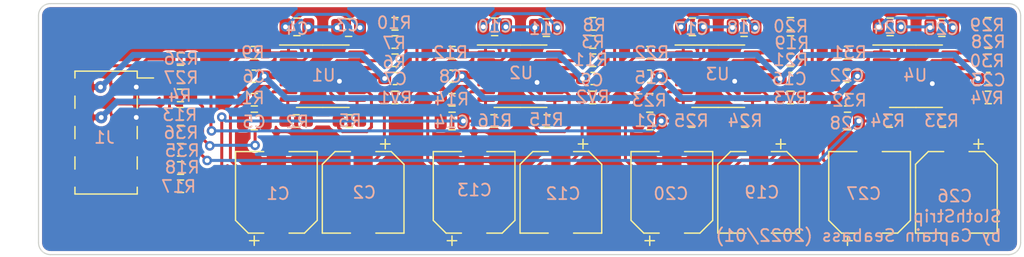
<source format=kicad_pcb>
(kicad_pcb (version 20171130) (host pcbnew 5.1.9+dfsg1-1)
  (layers (0 F.Cu signal) (31 B.Cu signal) (34 B.Paste user) (35 F.Paste user) (36 B.SilkS user) (37 F.SilkS user) (38 B.Mask user) (39 F.Mask user) (44 Edge.Cuts user))
  (net 0 "")
  (net 1 "Net-(C1-Pad1)")
  (net 2 "Net-(C2-Pad1)")
  (net 3 "Net-(C3-Pad2)")
  (net 4 "Net-(C3-Pad1)")
  (net 5 "Net-(C5-Pad2)")
  (net 6 "Net-(C5-Pad1)")
  (net 7 +12V)
  (net 8 -12V)
  (net 9 SLOTH1_OUT)
  (net 10 "Net-(R2-Pad2)")
  (net 11 "Net-(R5-Pad2)")
  (net 12 "Net-(R7-Pad1)")
  (net 13 "Net-(R10-Pad1)")
  (net 14 GND)
  (net 15 SLOTH2_OUT)
  (net 16 SLOTH3_OUT)
  (net 17 SLOTH4_OUT)
  (net 18 "Net-(C10-Pad2)")
  (net 19 "Net-(C10-Pad1)")
  (net 20 "Net-(C12-Pad2)")
  (net 21 "Net-(C12-Pad1)")
  (net 22 "Net-(C14-Pad2)")
  (net 23 "Net-(C14-Pad1)")
  (net 24 "Net-(C17-Pad2)")
  (net 25 "Net-(C17-Pad1)")
  (net 26 "Net-(C19-Pad2)")
  (net 27 "Net-(C19-Pad1)")
  (net 28 "Net-(C21-Pad2)")
  (net 29 "Net-(C21-Pad1)")
  (net 30 "Net-(C24-Pad2)")
  (net 31 "Net-(C24-Pad1)")
  (net 32 "Net-(C26-Pad2)")
  (net 33 "Net-(C26-Pad1)")
  (net 34 "Net-(C28-Pad2)")
  (net 35 "Net-(C28-Pad1)")
  (net 36 "Net-(R3-Pad1)")
  (net 37 "Net-(R8-Pad1)")
  (net 38 "Net-(R11-Pad1)")
  (net 39 "Net-(R15-Pad1)")
  (net 40 "Net-(R19-Pad1)")
  (net 41 "Net-(R20-Pad1)")
  (net 42 "Net-(R21-Pad1)")
  (net 43 "Net-(R24-Pad1)")
  (net 44 "Net-(R28-Pad1)")
  (net 45 "Net-(R29-Pad1)")
  (net 46 "Net-(R30-Pad1)")
  (net 47 "Net-(R33-Pad1)")
  (module Capacitor_SMD:CP_Elec_6.3x7.7 (layer F.Cu) (at 159.535 92.691 270)
    (fp_text reference C26 (at 0.309 0.135) (layer B.SilkS) (effects (justify mirror)))
    (fp_text value 100u)
    (pad 1 smd roundrect (at -2.7 0 270) (size 3.5 1.6) (layers F.Cu F.Paste F.Mask) (roundrect_rratio 0.15625) (net 33 "Net-(C26-Pad1)"))
    (pad 2 smd roundrect (at 2.7 0 270) (size 3.5 1.6) (layers F.Cu F.Paste F.Mask) (roundrect_rratio 0.15625) (net 32 "Net-(C26-Pad2)"))
  )
  (module Capacitor_SMD:CP_Elec_6.3x7.7 (layer F.Cu) (at 152.2905 92.691 90)
    (fp_text reference C27 (at -0.109 -0.4905) (layer B.SilkS) (effects (justify mirror)))
    (fp_text value 100u)
    (pad 1 smd roundrect (at -2.7 0 90) (size 3.5 1.6) (layers F.Cu F.Paste F.Mask) (roundrect_rratio 0.15625) (net 32 "Net-(C26-Pad2)"))
    (pad 2 smd roundrect (at 2.7 0 90) (size 3.5 1.6) (layers F.Cu F.Paste F.Mask) (roundrect_rratio 0.15625) (net 14 GND))
  )
  (module Capacitor_SMD:C_0805_2012Metric (layer F.Cu) (at 154.005 78.848)
    (fp_text reference C24 (at 0 0.052) (layer B.SilkS) (effects (justify mirror)))
    (fp_text value "1u NP")
    (pad 1 smd roundrect (at -0.95 0) (size 1 1.45) (layers F.Cu F.Paste F.Mask) (net 31 "Net-(C24-Pad1)"))
    (pad 2 smd roundrect (at 0.95 0) (size 1 1.45) (layers F.Cu F.Paste F.Mask) (net 30 "Net-(C24-Pad2)"))
  )
  (module Capacitor_SMD:C_0603_1608Metric_Pad1.08x0.95mm_HandSolder (layer F.Cu) (at 150.412 82.9755 180)
    (fp_text reference C22 (at 0.012 0.0755) (layer B.SilkS) (effects (justify mirror)))
    (fp_text value 100n)
    (pad 1 smd roundrect (at -0.8625 0 180) (size 1.075 0.95) (layers F.Cu F.Paste F.Mask) (net 7 +12V))
    (pad 2 smd roundrect (at 0.8625 0 180) (size 1.075 0.95) (layers F.Cu F.Paste F.Mask) (net 14 GND))
  )
  (module Resistor_SMD:R_0603_1608Metric_Pad0.98x0.95mm_HandSolder (layer F.Cu) (at 162.1965 80.118)
    (fp_text reference R28 (at 0 -0.018) (layer B.SilkS) (effects (justify mirror)))
    (fp_text value 14.7M)
    (pad 1 smd roundrect (at -0.9125 0) (size 0.975 0.95) (layers F.Cu F.Paste F.Mask) (net 44 "Net-(R28-Pad1)"))
    (pad 2 smd roundrect (at 0.9125 0) (size 0.975 0.95) (layers F.Cu F.Paste F.Mask) (net 30 "Net-(C24-Pad2)"))
  )
  (module Resistor_SMD:R_0603_1608Metric_Pad0.98x0.95mm_HandSolder (layer F.Cu) (at 162.1965 81.642)
    (fp_text reference R30 (at -0.0965 0.058) (layer B.SilkS) (effects (justify mirror)))
    (fp_text value 6.8M)
    (pad 1 smd roundrect (at -0.9125 0) (size 0.975 0.95) (layers F.Cu F.Paste F.Mask) (net 46 "Net-(R30-Pad1)"))
    (pad 2 smd roundrect (at 0.9125 0) (size 0.975 0.95) (layers F.Cu F.Paste F.Mask) (net 30 "Net-(C24-Pad2)"))
  )
  (module Resistor_SMD:R_0603_1608Metric_Pad0.98x0.95mm_HandSolder (layer F.Cu) (at 162.1965 78.594 180)
    (fp_text reference R29 (at 0.0965 -0.106) (layer B.SilkS) (effects (justify mirror)))
    (fp_text value 1M)
    (pad 1 smd roundrect (at -0.9125 0 180) (size 0.975 0.95) (layers F.Cu F.Paste F.Mask) (net 45 "Net-(R29-Pad1)"))
    (pad 2 smd roundrect (at 0.9125 0 180) (size 0.975 0.95) (layers F.Cu F.Paste F.Mask) (net 30 "Net-(C24-Pad2)"))
  )
  (module Resistor_SMD:R_0603_1608Metric_Pad0.98x0.95mm_HandSolder (layer F.Cu) (at 150.449 81.007)
    (fp_text reference R31 (at 0.151 -0.007) (layer B.SilkS) (effects (justify mirror)))
    (fp_text value 1M)
    (pad 1 smd roundrect (at -0.9125 0) (size 0.975 0.95) (layers F.Cu F.Paste F.Mask) (net 33 "Net-(C26-Pad1)"))
    (pad 2 smd roundrect (at 0.9125 0) (size 0.975 0.95) (layers F.Cu F.Paste F.Mask) (net 31 "Net-(C24-Pad1)"))
  )
  (module Resistor_SMD:R_0603_1608Metric_Pad0.98x0.95mm_HandSolder (layer F.Cu) (at 158.3865 86.722)
    (fp_text reference R33 (at -0.0865 -0.022) (layer B.SilkS) (effects (justify mirror)))
    (fp_text value 100k)
    (pad 1 smd roundrect (at -0.9125 0) (size 0.975 0.95) (layers F.Cu F.Paste F.Mask) (net 47 "Net-(R33-Pad1)"))
    (pad 2 smd roundrect (at 0.9125 0) (size 0.975 0.95) (layers F.Cu F.Paste F.Mask) (net 46 "Net-(R30-Pad1)"))
  )
  (module Package_SO:TSSOP-14_4.4x5mm_P0.65mm (layer F.Cu) (at 156.164 82.9755)
    (fp_text reference U4 (at -0.064 -0.0755) (layer B.SilkS) (effects (justify mirror)))
    (fp_text value TL074)
    (pad 1 smd roundrect (at -2.8625 -1.95) (size 1.475 0.4) (layers F.Cu F.Paste F.Mask) (net 31 "Net-(C24-Pad1)"))
    (pad 2 smd roundrect (at -2.8625 -1.3) (size 1.475 0.4) (layers F.Cu F.Paste F.Mask) (net 30 "Net-(C24-Pad2)"))
    (pad 3 smd roundrect (at -2.8625 -0.65) (size 1.475 0.4) (layers F.Cu F.Paste F.Mask) (net 14 GND))
    (pad 4 smd roundrect (at -2.8625 0) (size 1.475 0.4) (layers F.Cu F.Paste F.Mask) (net 7 +12V))
    (pad 5 smd roundrect (at -2.8625 0.65) (size 1.475 0.4) (layers F.Cu F.Paste F.Mask) (net 14 GND))
    (pad 6 smd roundrect (at -2.8625 1.3) (size 1.475 0.4) (layers F.Cu F.Paste F.Mask) (net 34 "Net-(C28-Pad2)"))
    (pad 7 smd roundrect (at -2.8625 1.95) (size 1.475 0.4) (layers F.Cu F.Paste F.Mask) (net 35 "Net-(C28-Pad1)"))
    (pad 8 smd roundrect (at 2.8625 1.95) (size 1.475 0.4) (layers F.Cu F.Paste F.Mask) (net 46 "Net-(R30-Pad1)"))
    (pad 9 smd roundrect (at 2.8625 1.3) (size 1.475 0.4) (layers F.Cu F.Paste F.Mask) (net 47 "Net-(R33-Pad1)"))
    (pad 10 smd roundrect (at 2.8625 0.65) (size 1.475 0.4) (layers F.Cu F.Paste F.Mask) (net 14 GND))
    (pad 11 smd roundrect (at 2.8625 0) (size 1.475 0.4) (layers F.Cu F.Paste F.Mask) (net 8 -12V))
    (pad 12 smd roundrect (at 2.8625 -0.65) (size 1.475 0.4) (layers F.Cu F.Paste F.Mask) (net 14 GND))
    (pad 13 smd roundrect (at 2.8625 -1.3) (size 1.475 0.4) (layers F.Cu F.Paste F.Mask) (net 46 "Net-(R30-Pad1)"))
    (pad 14 smd roundrect (at 2.8625 -1.95) (size 1.475 0.4) (layers F.Cu F.Paste F.Mask) (net 44 "Net-(R28-Pad1)"))
  )
  (module Resistor_SMD:R_0603_1608Metric_Pad0.98x0.95mm_HandSolder (layer F.Cu) (at 150.449 84.944 180)
    (fp_text reference R32 (at -0.151 -0.056) (layer B.SilkS) (effects (justify mirror)))
    (fp_text value 1M)
    (pad 1 smd roundrect (at -0.9125 0 180) (size 0.975 0.95) (layers F.Cu F.Paste F.Mask) (net 34 "Net-(C28-Pad2)"))
    (pad 2 smd roundrect (at 0.9125 0 180) (size 0.975 0.95) (layers F.Cu F.Paste F.Mask) (net 33 "Net-(C26-Pad1)"))
  )
  (module Resistor_SMD:R_0603_1608Metric_Pad0.98x0.95mm_HandSolder (layer F.Cu) (at 162.1965 84.7535)
    (fp_text reference RV4 (at -0.0965 0.0465) (layer B.SilkS) (effects (justify mirror)))
    (fp_text value 200k)
    (pad 1 smd roundrect (at -0.9125 0) (size 0.975 0.95) (layers F.Cu F.Paste F.Mask) (net 33 "Net-(C26-Pad1)"))
    (pad 2 smd roundrect (at 0.9125 0) (size 0.975 0.95) (layers F.Cu F.Paste F.Mask) (net 45 "Net-(R29-Pad1)"))
  )
  (module Capacitor_SMD:C_0805_2012Metric (layer F.Cu) (at 150.449 86.722 180)
    (fp_text reference C28 (at 0.049 -0.178) (layer B.SilkS) (effects (justify mirror)))
    (fp_text value "1u NP")
    (pad 1 smd roundrect (at -0.95 0 180) (size 1 1.45) (layers F.Cu F.Paste F.Mask) (net 35 "Net-(C28-Pad1)"))
    (pad 2 smd roundrect (at 0.95 0 180) (size 1 1.45) (layers F.Cu F.Paste F.Mask) (net 34 "Net-(C28-Pad2)"))
  )
  (module Capacitor_SMD:C_0603_1608Metric_Pad1.08x0.95mm_HandSolder (layer F.Cu) (at 162.1965 83.166 180)
    (fp_text reference C23 (at 0 -0.134) (layer B.SilkS) (effects (justify mirror)))
    (fp_text value 100n)
    (pad 1 smd roundrect (at -0.8625 0 180) (size 1.075 0.95) (layers F.Cu F.Paste F.Mask) (net 14 GND))
    (pad 2 smd roundrect (at 0.8625 0 180) (size 1.075 0.95) (layers F.Cu F.Paste F.Mask) (net 8 -12V))
  )
  (module Capacitor_SMD:C_0805_2012Metric (layer F.Cu) (at 158.323 78.9115 180)
    (fp_text reference C25 (at 0.023 -0.0885) (layer B.SilkS) (effects (justify mirror)))
    (fp_text value "1u NP")
    (pad 1 smd roundrect (at -0.95 0 180) (size 1 1.45) (layers F.Cu F.Paste F.Mask) (net 31 "Net-(C24-Pad1)"))
    (pad 2 smd roundrect (at 0.95 0 180) (size 1 1.45) (layers F.Cu F.Paste F.Mask) (net 30 "Net-(C24-Pad2)"))
  )
  (module Resistor_SMD:R_0603_1608Metric_Pad0.98x0.95mm_HandSolder (layer F.Cu) (at 153.9415 86.722)
    (fp_text reference R34 (at -0.1415 -0.022) (layer B.SilkS) (effects (justify mirror)))
    (fp_text value 100k)
    (pad 1 smd roundrect (at -0.9125 0) (size 0.975 0.95) (layers F.Cu F.Paste F.Mask) (net 35 "Net-(C28-Pad1)"))
    (pad 2 smd roundrect (at 0.9125 0) (size 0.975 0.95) (layers F.Cu F.Paste F.Mask) (net 47 "Net-(R33-Pad1)"))
  )
  (module Resistor_SMD:R_0603_1608Metric_Pad0.98x0.95mm_HandSolder (layer F.Cu) (at 94.7595 89.135)
    (fp_text reference R35 (at 0.1405 0.065) (layer B.SilkS) (effects (justify mirror)))
    (fp_text value 4.7k)
    (pad 2 smd roundrect (at 0.9125 0) (size 0.975 0.95) (layers F.Cu F.Paste F.Mask) (net 35 "Net-(C28-Pad1)"))
    (pad 1 smd roundrect (at -0.9125 0) (size 0.975 0.95) (layers F.Cu F.Paste F.Mask) (net 17 SLOTH4_OUT))
  )
  (module Resistor_SMD:R_0603_1608Metric_Pad0.98x0.95mm_HandSolder (layer F.Cu) (at 94.7595 87.611 180)
    (fp_text reference R36 (at -0.0405 -0.089) (layer B.SilkS) (effects (justify mirror)))
    (fp_text value 10k)
    (pad 2 smd roundrect (at 0.9125 0 180) (size 0.975 0.95) (layers F.Cu F.Paste F.Mask) (net 17 SLOTH4_OUT))
    (pad 1 smd roundrect (at -0.9125 0 180) (size 0.975 0.95) (layers F.Cu F.Paste F.Mask) (net 14 GND))
  )
  (module Resistor_SMD:R_0603_1608Metric_Pad0.98x0.95mm_HandSolder (layer F.Cu) (at 94.75 81.538)
    (fp_text reference R26 (at 0.05 -0.038) (layer B.SilkS) (effects (justify mirror)))
    (fp_text value 4.7k)
    (pad 1 smd roundrect (at -0.9125 0) (size 0.975 0.95) (layers F.Cu F.Paste F.Mask) (net 16 SLOTH3_OUT))
    (pad 2 smd roundrect (at 0.9125 0) (size 0.975 0.95) (layers F.Cu F.Paste F.Mask) (net 29 "Net-(C21-Pad1)"))
  )
  (module Resistor_SMD:R_0603_1608Metric_Pad0.98x0.95mm_HandSolder (layer F.Cu) (at 94.75 83.062)
    (fp_text reference R27 (at 0.05 0.038) (layer B.SilkS) (effects (justify mirror)))
    (fp_text value 10k)
    (pad 1 smd roundrect (at -0.9125 0) (size 0.975 0.95) (layers F.Cu F.Paste F.Mask) (net 14 GND))
    (pad 2 smd roundrect (at 0.9125 0) (size 0.975 0.95) (layers F.Cu F.Paste F.Mask) (net 16 SLOTH3_OUT))
  )
  (module Resistor_SMD:R_0603_1608Metric_Pad0.98x0.95mm_HandSolder (layer F.Cu) (at 145.6865 80.118)
    (fp_text reference R19 (at 0.1135 0.082) (layer B.SilkS) (effects (justify mirror)))
    (fp_text value 14.7M)
    (pad 2 smd roundrect (at 0.9125 0) (size 0.975 0.95) (layers F.Cu F.Paste F.Mask) (net 24 "Net-(C17-Pad2)"))
    (pad 1 smd roundrect (at -0.9125 0) (size 0.975 0.95) (layers F.Cu F.Paste F.Mask) (net 40 "Net-(R19-Pad1)"))
  )
  (module Resistor_SMD:R_0603_1608Metric_Pad0.98x0.95mm_HandSolder (layer F.Cu) (at 133.939 84.944 180)
    (fp_text reference R23 (at 0.039 -0.056) (layer B.SilkS) (effects (justify mirror)))
    (fp_text value 1M)
    (pad 2 smd roundrect (at 0.9125 0 180) (size 0.975 0.95) (layers F.Cu F.Paste F.Mask) (net 27 "Net-(C19-Pad1)"))
    (pad 1 smd roundrect (at -0.9125 0 180) (size 0.975 0.95) (layers F.Cu F.Paste F.Mask) (net 28 "Net-(C21-Pad2)"))
  )
  (module Capacitor_SMD:C_0805_2012Metric (layer F.Cu) (at 141.813 78.9115 180)
    (fp_text reference C18 (at 0 0.0115) (layer B.SilkS) (effects (justify mirror)))
    (fp_text value "1u NP")
    (pad 2 smd roundrect (at 0.95 0 180) (size 1 1.45) (layers F.Cu F.Paste F.Mask) (net 24 "Net-(C17-Pad2)"))
    (pad 1 smd roundrect (at -0.95 0 180) (size 1 1.45) (layers F.Cu F.Paste F.Mask) (net 25 "Net-(C17-Pad1)"))
  )
  (module Capacitor_SMD:C_0805_2012Metric (layer F.Cu) (at 137.495 78.848)
    (fp_text reference C17 (at -0.095 0.152) (layer B.SilkS) (effects (justify mirror)))
    (fp_text value "1u NP")
    (pad 2 smd roundrect (at 0.95 0) (size 1 1.45) (layers F.Cu F.Paste F.Mask) (net 24 "Net-(C17-Pad2)"))
    (pad 1 smd roundrect (at -0.95 0) (size 1 1.45) (layers F.Cu F.Paste F.Mask) (net 25 "Net-(C17-Pad1)"))
  )
  (module Resistor_SMD:R_0603_1608Metric_Pad0.98x0.95mm_HandSolder (layer F.Cu) (at 133.939 81.007)
    (fp_text reference R22 (at 0.161 -0.007) (layer B.SilkS) (effects (justify mirror)))
    (fp_text value 1M)
    (pad 2 smd roundrect (at 0.9125 0) (size 0.975 0.95) (layers F.Cu F.Paste F.Mask) (net 25 "Net-(C17-Pad1)"))
    (pad 1 smd roundrect (at -0.9125 0) (size 0.975 0.95) (layers F.Cu F.Paste F.Mask) (net 27 "Net-(C19-Pad1)"))
  )
  (module Capacitor_SMD:CP_Elec_6.3x7.7 (layer F.Cu) (at 135.7805 92.691 90)
    (fp_text reference C20 (at -0.109 -0.0805) (layer B.SilkS) (effects (justify mirror)))
    (fp_text value 100u)
    (pad 2 smd roundrect (at 2.7 0 90) (size 3.5 1.6) (layers F.Cu F.Paste F.Mask) (roundrect_rratio 0.15625) (net 14 GND))
    (pad 1 smd roundrect (at -2.7 0 90) (size 3.5 1.6) (layers F.Cu F.Paste F.Mask) (roundrect_rratio 0.15625) (net 26 "Net-(C19-Pad2)"))
  )
  (module Capacitor_SMD:CP_Elec_6.3x7.7 (layer F.Cu) (at 143.025 92.691 270)
    (fp_text reference C19 (at 0 -0.275 180) (layer B.SilkS) (effects (justify mirror)))
    (fp_text value 100u)
    (pad 2 smd roundrect (at 2.7 0 270) (size 3.5 1.6) (layers F.Cu F.Paste F.Mask) (roundrect_rratio 0.15625) (net 26 "Net-(C19-Pad2)"))
    (pad 1 smd roundrect (at -2.7 0 270) (size 3.5 1.6) (layers F.Cu F.Paste F.Mask) (roundrect_rratio 0.15625) (net 27 "Net-(C19-Pad1)"))
  )
  (module Resistor_SMD:R_0603_1608Metric_Pad0.98x0.95mm_HandSolder (layer F.Cu) (at 137.4315 86.722)
    (fp_text reference R25 (at -0.0315 -0.022) (layer B.SilkS) (effects (justify mirror)))
    (fp_text value 100k)
    (pad 2 smd roundrect (at 0.9125 0) (size 0.975 0.95) (layers F.Cu F.Paste F.Mask) (net 43 "Net-(R24-Pad1)"))
    (pad 1 smd roundrect (at -0.9125 0) (size 0.975 0.95) (layers F.Cu F.Paste F.Mask) (net 29 "Net-(C21-Pad1)"))
  )
  (module Resistor_SMD:R_0603_1608Metric_Pad0.98x0.95mm_HandSolder (layer F.Cu) (at 145.6865 78.594 180)
    (fp_text reference R20 (at -0.0135 -0.206) (layer B.SilkS) (effects (justify mirror)))
    (fp_text value 1M)
    (pad 2 smd roundrect (at 0.9125 0 180) (size 0.975 0.95) (layers F.Cu F.Paste F.Mask) (net 24 "Net-(C17-Pad2)"))
    (pad 1 smd roundrect (at -0.9125 0 180) (size 0.975 0.95) (layers F.Cu F.Paste F.Mask) (net 41 "Net-(R20-Pad1)"))
  )
  (module Capacitor_SMD:C_0603_1608Metric_Pad1.08x0.95mm_HandSolder (layer F.Cu) (at 145.6865 83.166 180)
    (fp_text reference C16 (at 0.0865 -0.034) (layer B.SilkS) (effects (justify mirror)))
    (fp_text value 100n)
    (pad 2 smd roundrect (at 0.8625 0 180) (size 1.075 0.95) (layers F.Cu F.Paste F.Mask) (net 8 -12V))
    (pad 1 smd roundrect (at -0.8625 0 180) (size 1.075 0.95) (layers F.Cu F.Paste F.Mask) (net 14 GND))
  )
  (module Capacitor_SMD:C_0805_2012Metric (layer F.Cu) (at 133.939 86.722 180)
    (fp_text reference C21 (at -0.161 0.022) (layer B.SilkS) (effects (justify mirror)))
    (fp_text value "1u NP")
    (pad 2 smd roundrect (at 0.95 0 180) (size 1 1.45) (layers F.Cu F.Paste F.Mask) (net 28 "Net-(C21-Pad2)"))
    (pad 1 smd roundrect (at -0.95 0 180) (size 1 1.45) (layers F.Cu F.Paste F.Mask) (net 29 "Net-(C21-Pad1)"))
  )
  (module Resistor_SMD:R_0603_1608Metric_Pad0.98x0.95mm_HandSolder (layer F.Cu) (at 141.8765 86.722)
    (fp_text reference R24 (at 0.0235 -0.022) (layer B.SilkS) (effects (justify mirror)))
    (fp_text value 100k)
    (pad 2 smd roundrect (at 0.9125 0) (size 0.975 0.95) (layers F.Cu F.Paste F.Mask) (net 42 "Net-(R21-Pad1)"))
    (pad 1 smd roundrect (at -0.9125 0) (size 0.975 0.95) (layers F.Cu F.Paste F.Mask) (net 43 "Net-(R24-Pad1)"))
  )
  (module Resistor_SMD:R_0603_1608Metric_Pad0.98x0.95mm_HandSolder (layer F.Cu) (at 145.6865 81.642)
    (fp_text reference R21 (at 0.0135 -0.042) (layer B.SilkS) (effects (justify mirror)))
    (fp_text value 6.8M)
    (pad 2 smd roundrect (at 0.9125 0) (size 0.975 0.95) (layers F.Cu F.Paste F.Mask) (net 24 "Net-(C17-Pad2)"))
    (pad 1 smd roundrect (at -0.9125 0) (size 0.975 0.95) (layers F.Cu F.Paste F.Mask) (net 42 "Net-(R21-Pad1)"))
  )
  (module Capacitor_SMD:C_0603_1608Metric_Pad1.08x0.95mm_HandSolder (layer F.Cu) (at 133.902 82.9755 180)
    (fp_text reference C15 (at -0.198 -0.1245) (layer B.SilkS) (effects (justify mirror)))
    (fp_text value 100n)
    (pad 2 smd roundrect (at 0.8625 0 180) (size 1.075 0.95) (layers F.Cu F.Paste F.Mask) (net 14 GND))
    (pad 1 smd roundrect (at -0.8625 0 180) (size 1.075 0.95) (layers F.Cu F.Paste F.Mask) (net 7 +12V))
  )
  (module Resistor_SMD:R_0603_1608Metric_Pad0.98x0.95mm_HandSolder (layer F.Cu) (at 145.6865 84.7535)
    (fp_text reference RV3 (at 0.0135 0.0465) (layer B.SilkS) (effects (justify mirror)))
    (fp_text value 100k)
    (pad 2 smd roundrect (at 0.9125 0) (size 0.975 0.95) (layers F.Cu F.Paste F.Mask) (net 41 "Net-(R20-Pad1)"))
    (pad 1 smd roundrect (at -0.9125 0) (size 0.975 0.95) (layers F.Cu F.Paste F.Mask) (net 27 "Net-(C19-Pad1)"))
  )
  (module Package_SO:TSSOP-14_4.4x5mm_P0.65mm (layer F.Cu) (at 139.654 82.9755)
    (fp_text reference U3 (at -0.054 -0.1755) (layer B.SilkS) (effects (justify mirror)))
    (fp_text value TL074)
    (pad 14 smd roundrect (at 2.8625 -1.95) (size 1.475 0.4) (layers F.Cu F.Paste F.Mask) (net 40 "Net-(R19-Pad1)"))
    (pad 13 smd roundrect (at 2.8625 -1.3) (size 1.475 0.4) (layers F.Cu F.Paste F.Mask) (net 42 "Net-(R21-Pad1)"))
    (pad 12 smd roundrect (at 2.8625 -0.65) (size 1.475 0.4) (layers F.Cu F.Paste F.Mask) (net 14 GND))
    (pad 11 smd roundrect (at 2.8625 0) (size 1.475 0.4) (layers F.Cu F.Paste F.Mask) (net 8 -12V))
    (pad 10 smd roundrect (at 2.8625 0.65) (size 1.475 0.4) (layers F.Cu F.Paste F.Mask) (net 14 GND))
    (pad 9 smd roundrect (at 2.8625 1.3) (size 1.475 0.4) (layers F.Cu F.Paste F.Mask) (net 43 "Net-(R24-Pad1)"))
    (pad 8 smd roundrect (at 2.8625 1.95) (size 1.475 0.4) (layers F.Cu F.Paste F.Mask) (net 42 "Net-(R21-Pad1)"))
    (pad 7 smd roundrect (at -2.8625 1.95) (size 1.475 0.4) (layers F.Cu F.Paste F.Mask) (net 29 "Net-(C21-Pad1)"))
    (pad 6 smd roundrect (at -2.8625 1.3) (size 1.475 0.4) (layers F.Cu F.Paste F.Mask) (net 28 "Net-(C21-Pad2)"))
    (pad 5 smd roundrect (at -2.8625 0.65) (size 1.475 0.4) (layers F.Cu F.Paste F.Mask) (net 14 GND))
    (pad 4 smd roundrect (at -2.8625 0) (size 1.475 0.4) (layers F.Cu F.Paste F.Mask) (net 7 +12V))
    (pad 3 smd roundrect (at -2.8625 -0.65) (size 1.475 0.4) (layers F.Cu F.Paste F.Mask) (net 14 GND))
    (pad 2 smd roundrect (at -2.8625 -1.3) (size 1.475 0.4) (layers F.Cu F.Paste F.Mask) (net 24 "Net-(C17-Pad2)"))
    (pad 1 smd roundrect (at -2.8625 -1.95) (size 1.475 0.4) (layers F.Cu F.Paste F.Mask) (net 25 "Net-(C17-Pad1)"))
  )
  (module Resistor_SMD:R_0603_1608Metric_Pad0.98x0.95mm_HandSolder (layer F.Cu) (at 94.7595 92.183)
    (fp_text reference R17 (at -0.1595 0.017) (layer B.SilkS) (effects (justify mirror)))
    (fp_text value 4.7k)
    (pad 1 smd roundrect (at -0.9125 0) (size 0.975 0.95) (layers F.Cu F.Paste F.Mask) (net 15 SLOTH2_OUT))
    (pad 2 smd roundrect (at 0.9125 0) (size 0.975 0.95) (layers F.Cu F.Paste F.Mask) (net 23 "Net-(C14-Pad1)"))
  )
  (module Resistor_SMD:R_0603_1608Metric_Pad0.98x0.95mm_HandSolder (layer F.Cu) (at 94.7595 90.659 180)
    (fp_text reference R18 (at -0.1405 0.059) (layer B.SilkS) (effects (justify mirror)))
    (fp_text value 10k)
    (pad 1 smd roundrect (at -0.9125 0 180) (size 0.975 0.95) (layers F.Cu F.Paste F.Mask) (net 14 GND))
    (pad 2 smd roundrect (at 0.9125 0 180) (size 0.975 0.95) (layers F.Cu F.Paste F.Mask) (net 15 SLOTH2_OUT))
  )
  (module Resistor_SMD:R_0603_1608Metric_Pad0.98x0.95mm_HandSolder (layer F.Cu) (at 117.429 81.007)
    (fp_text reference R12 (at -0.129 -0.007) (layer B.SilkS) (effects (justify mirror)))
    (fp_text value 1M)
    (pad 1 smd roundrect (at -0.9125 0) (size 0.975 0.95) (layers F.Cu F.Paste F.Mask) (net 21 "Net-(C12-Pad1)"))
    (pad 2 smd roundrect (at 0.9125 0) (size 0.975 0.95) (layers F.Cu F.Paste F.Mask) (net 19 "Net-(C10-Pad1)"))
  )
  (module Resistor_SMD:R_0603_1608Metric_Pad0.98x0.95mm_HandSolder (layer F.Cu) (at 129.1765 81.642)
    (fp_text reference R11 (at -0.1765 -0.042) (layer B.SilkS) (effects (justify mirror)))
    (fp_text value 6.8M)
    (pad 1 smd roundrect (at -0.9125 0) (size 0.975 0.95) (layers F.Cu F.Paste F.Mask) (net 38 "Net-(R11-Pad1)"))
    (pad 2 smd roundrect (at 0.9125 0) (size 0.975 0.95) (layers F.Cu F.Paste F.Mask) (net 18 "Net-(C10-Pad2)"))
  )
  (module Resistor_SMD:R_0603_1608Metric_Pad0.98x0.95mm_HandSolder (layer F.Cu) (at 129.1765 84.7535)
    (fp_text reference RV2 (at 0 -0.0535) (layer B.SilkS) (effects (justify mirror)))
    (fp_text value 150k)
    (pad 1 smd roundrect (at -0.9125 0) (size 0.975 0.95) (layers F.Cu F.Paste F.Mask) (net 21 "Net-(C12-Pad1)"))
    (pad 2 smd roundrect (at 0.9125 0) (size 0.975 0.95) (layers F.Cu F.Paste F.Mask) (net 37 "Net-(R8-Pad1)"))
  )
  (module Capacitor_SMD:C_0805_2012Metric (layer F.Cu) (at 125.303 78.9115 180)
    (fp_text reference C11 (at 0 -0.0885) (layer B.SilkS) (effects (justify mirror)))
    (fp_text value "1u NP")
    (pad 1 smd roundrect (at -0.95 0 180) (size 1 1.45) (layers F.Cu F.Paste F.Mask) (net 19 "Net-(C10-Pad1)"))
    (pad 2 smd roundrect (at 0.95 0 180) (size 1 1.45) (layers F.Cu F.Paste F.Mask) (net 18 "Net-(C10-Pad2)"))
  )
  (module Capacitor_SMD:C_0805_2012Metric (layer F.Cu) (at 117.429 86.722 180)
    (fp_text reference C14 (at 0.029 -0.078) (layer B.SilkS) (effects (justify mirror)))
    (fp_text value "1u NP")
    (pad 1 smd roundrect (at -0.95 0 180) (size 1 1.45) (layers F.Cu F.Paste F.Mask) (net 23 "Net-(C14-Pad1)"))
    (pad 2 smd roundrect (at 0.95 0 180) (size 1 1.45) (layers F.Cu F.Paste F.Mask) (net 22 "Net-(C14-Pad2)"))
  )
  (module Resistor_SMD:R_0603_1608Metric_Pad0.98x0.95mm_HandSolder (layer F.Cu) (at 125.3665 86.722)
    (fp_text reference R15 (at -0.0665 -0.122) (layer B.SilkS) (effects (justify mirror)))
    (fp_text value 100k)
    (pad 1 smd roundrect (at -0.9125 0) (size 0.975 0.95) (layers F.Cu F.Paste F.Mask) (net 39 "Net-(R15-Pad1)"))
    (pad 2 smd roundrect (at 0.9125 0) (size 0.975 0.95) (layers F.Cu F.Paste F.Mask) (net 38 "Net-(R11-Pad1)"))
  )
  (module Capacitor_SMD:C_0603_1608Metric_Pad1.08x0.95mm_HandSolder (layer F.Cu) (at 117.392 82.9755 180)
    (fp_text reference C8 (at 0.092 -0.0245) (layer B.SilkS) (effects (justify mirror)))
    (fp_text value 100n)
    (pad 1 smd roundrect (at -0.8625 0 180) (size 1.075 0.95) (layers F.Cu F.Paste F.Mask) (net 7 +12V))
    (pad 2 smd roundrect (at 0.8625 0 180) (size 1.075 0.95) (layers F.Cu F.Paste F.Mask) (net 14 GND))
  )
  (module Capacitor_SMD:C_0603_1608Metric_Pad1.08x0.95mm_HandSolder (layer F.Cu) (at 129.1765 83.166 180)
    (fp_text reference C9 (at 0.0765 -0.134) (layer B.SilkS) (effects (justify mirror)))
    (fp_text value 100n)
    (pad 1 smd roundrect (at -0.8625 0 180) (size 1.075 0.95) (layers F.Cu F.Paste F.Mask) (net 14 GND))
    (pad 2 smd roundrect (at 0.8625 0 180) (size 1.075 0.95) (layers F.Cu F.Paste F.Mask) (net 8 -12V))
  )
  (module Resistor_SMD:R_0603_1608Metric_Pad0.98x0.95mm_HandSolder (layer F.Cu) (at 117.429 84.944 180)
    (fp_text reference R14 (at 0.029 0.044) (layer B.SilkS) (effects (justify mirror)))
    (fp_text value 1M)
    (pad 1 smd roundrect (at -0.9125 0 180) (size 0.975 0.95) (layers F.Cu F.Paste F.Mask) (net 22 "Net-(C14-Pad2)"))
    (pad 2 smd roundrect (at 0.9125 0 180) (size 0.975 0.95) (layers F.Cu F.Paste F.Mask) (net 21 "Net-(C12-Pad1)"))
  )
  (module Resistor_SMD:R_0603_1608Metric_Pad0.98x0.95mm_HandSolder (layer F.Cu) (at 120.9215 86.722)
    (fp_text reference R16 (at 0.0785 -0.022) (layer B.SilkS) (effects (justify mirror)))
    (fp_text value 100k)
    (pad 1 smd roundrect (at -0.9125 0) (size 0.975 0.95) (layers F.Cu F.Paste F.Mask) (net 23 "Net-(C14-Pad1)"))
    (pad 2 smd roundrect (at 0.9125 0) (size 0.975 0.95) (layers F.Cu F.Paste F.Mask) (net 39 "Net-(R15-Pad1)"))
  )
  (module Capacitor_SMD:CP_Elec_6.3x7.7 (layer F.Cu) (at 119.2705 92.691 90)
    (fp_text reference C13 (at 0.191 0.0295) (layer B.SilkS) (effects (justify mirror)))
    (fp_text value 100u)
    (pad 1 smd roundrect (at -2.7 0 90) (size 3.5 1.6) (layers F.Cu F.Paste F.Mask) (roundrect_rratio 0.15625) (net 20 "Net-(C12-Pad2)"))
    (pad 2 smd roundrect (at 2.7 0 90) (size 3.5 1.6) (layers F.Cu F.Paste F.Mask) (roundrect_rratio 0.15625) (net 14 GND))
  )
  (module Capacitor_SMD:CP_Elec_6.3x7.7 (layer F.Cu) (at 126.515 92.691 270)
    (fp_text reference C12 (at 0.109 -0.185 180) (layer B.SilkS) (effects (justify mirror)))
    (fp_text value 100u)
    (pad 1 smd roundrect (at -2.7 0 270) (size 3.5 1.6) (layers F.Cu F.Paste F.Mask) (roundrect_rratio 0.15625) (net 21 "Net-(C12-Pad1)"))
    (pad 2 smd roundrect (at 2.7 0 270) (size 3.5 1.6) (layers F.Cu F.Paste F.Mask) (roundrect_rratio 0.15625) (net 20 "Net-(C12-Pad2)"))
  )
  (module Resistor_SMD:R_0603_1608Metric_Pad0.98x0.95mm_HandSolder (layer F.Cu) (at 129.1765 80.118)
    (fp_text reference R3 (at 0.0235 -0.018) (layer B.SilkS) (effects (justify mirror)))
    (fp_text value 14.7M)
    (pad 1 smd roundrect (at -0.9125 0) (size 0.975 0.95) (layers F.Cu F.Paste F.Mask) (net 36 "Net-(R3-Pad1)"))
    (pad 2 smd roundrect (at 0.9125 0) (size 0.975 0.95) (layers F.Cu F.Paste F.Mask) (net 18 "Net-(C10-Pad2)"))
  )
  (module Resistor_SMD:R_0603_1608Metric_Pad0.98x0.95mm_HandSolder (layer F.Cu) (at 129.1765 78.594 180)
    (fp_text reference R8 (at -0.1235 -0.106) (layer B.SilkS) (effects (justify mirror)))
    (fp_text value 1M)
    (pad 1 smd roundrect (at -0.9125 0 180) (size 0.975 0.95) (layers F.Cu F.Paste F.Mask) (net 37 "Net-(R8-Pad1)"))
    (pad 2 smd roundrect (at 0.9125 0 180) (size 0.975 0.95) (layers F.Cu F.Paste F.Mask) (net 18 "Net-(C10-Pad2)"))
  )
  (module Capacitor_SMD:C_0805_2012Metric (layer F.Cu) (at 120.985 78.848)
    (fp_text reference C10 (at 0.015 -0.048) (layer B.SilkS) (effects (justify mirror)))
    (fp_text value "1u NP")
    (pad 1 smd roundrect (at -0.95 0) (size 1 1.45) (layers F.Cu F.Paste F.Mask) (net 19 "Net-(C10-Pad1)"))
    (pad 2 smd roundrect (at 0.95 0) (size 1 1.45) (layers F.Cu F.Paste F.Mask) (net 18 "Net-(C10-Pad2)"))
  )
  (module Package_SO:TSSOP-14_4.4x5mm_P0.65mm (layer F.Cu) (at 123.144 82.9755)
    (fp_text reference U2 (at 0.056 -0.2755) (layer B.SilkS) (effects (justify mirror)))
    (fp_text value TL074)
    (pad 1 smd roundrect (at -2.8625 -1.95) (size 1.475 0.4) (layers F.Cu F.Paste F.Mask) (net 19 "Net-(C10-Pad1)"))
    (pad 2 smd roundrect (at -2.8625 -1.3) (size 1.475 0.4) (layers F.Cu F.Paste F.Mask) (net 18 "Net-(C10-Pad2)"))
    (pad 3 smd roundrect (at -2.8625 -0.65) (size 1.475 0.4) (layers F.Cu F.Paste F.Mask) (net 14 GND))
    (pad 4 smd roundrect (at -2.8625 0) (size 1.475 0.4) (layers F.Cu F.Paste F.Mask) (net 7 +12V))
    (pad 5 smd roundrect (at -2.8625 0.65) (size 1.475 0.4) (layers F.Cu F.Paste F.Mask) (net 14 GND))
    (pad 6 smd roundrect (at -2.8625 1.3) (size 1.475 0.4) (layers F.Cu F.Paste F.Mask) (net 22 "Net-(C14-Pad2)"))
    (pad 7 smd roundrect (at -2.8625 1.95) (size 1.475 0.4) (layers F.Cu F.Paste F.Mask) (net 23 "Net-(C14-Pad1)"))
    (pad 8 smd roundrect (at 2.8625 1.95) (size 1.475 0.4) (layers F.Cu F.Paste F.Mask) (net 38 "Net-(R11-Pad1)"))
    (pad 9 smd roundrect (at 2.8625 1.3) (size 1.475 0.4) (layers F.Cu F.Paste F.Mask) (net 39 "Net-(R15-Pad1)"))
    (pad 10 smd roundrect (at 2.8625 0.65) (size 1.475 0.4) (layers F.Cu F.Paste F.Mask) (net 14 GND))
    (pad 11 smd roundrect (at 2.8625 0) (size 1.475 0.4) (layers F.Cu F.Paste F.Mask) (net 8 -12V))
    (pad 12 smd roundrect (at 2.8625 -0.65) (size 1.475 0.4) (layers F.Cu F.Paste F.Mask) (net 14 GND))
    (pad 13 smd roundrect (at 2.8625 -1.3) (size 1.475 0.4) (layers F.Cu F.Paste F.Mask) (net 38 "Net-(R11-Pad1)"))
    (pad 14 smd roundrect (at 2.8625 -1.95) (size 1.475 0.4) (layers F.Cu F.Paste F.Mask) (net 36 "Net-(R3-Pad1)"))
  )
  (module Resistor_SMD:R_0603_1608Metric_Pad0.98x0.95mm_HandSolder (layer F.Cu) (at 112.6665 84.7535)
    (fp_text reference RV1 (at 0.0335 0.0465) (layer B.SilkS) (effects (justify mirror)))
    (fp_text value 50k)
    (pad 2 smd roundrect (at 0.9125 0) (size 0.975 0.95) (layers F.Cu F.Paste F.Mask) (net 13 "Net-(R10-Pad1)"))
    (pad 1 smd roundrect (at -0.9125 0) (size 0.975 0.95) (layers F.Cu F.Paste F.Mask) (net 2 "Net-(C2-Pad1)"))
  )
  (module Package_SO:TSSOP-14_4.4x5mm_P0.65mm (layer F.Cu) (at 106.634 82.9755)
    (fp_text reference U1 (at 0.066 -0.0755) (layer B.SilkS) (effects (justify mirror)))
    (fp_text value TL074)
    (pad 14 smd roundrect (at 2.8625 -1.95) (size 1.475 0.4) (layers F.Cu F.Paste F.Mask) (net 12 "Net-(R7-Pad1)"))
    (pad 13 smd roundrect (at 2.8625 -1.3) (size 1.475 0.4) (layers F.Cu F.Paste F.Mask) (net 11 "Net-(R5-Pad2)"))
    (pad 12 smd roundrect (at 2.8625 -0.65) (size 1.475 0.4) (layers F.Cu F.Paste F.Mask) (net 14 GND))
    (pad 11 smd roundrect (at 2.8625 0) (size 1.475 0.4) (layers F.Cu F.Paste F.Mask) (net 8 -12V))
    (pad 10 smd roundrect (at 2.8625 0.65) (size 1.475 0.4) (layers F.Cu F.Paste F.Mask) (net 14 GND))
    (pad 9 smd roundrect (at 2.8625 1.3) (size 1.475 0.4) (layers F.Cu F.Paste F.Mask) (net 10 "Net-(R2-Pad2)"))
    (pad 8 smd roundrect (at 2.8625 1.95) (size 1.475 0.4) (layers F.Cu F.Paste F.Mask) (net 11 "Net-(R5-Pad2)"))
    (pad 7 smd roundrect (at -2.8625 1.95) (size 1.475 0.4) (layers F.Cu F.Paste F.Mask) (net 6 "Net-(C5-Pad1)"))
    (pad 6 smd roundrect (at -2.8625 1.3) (size 1.475 0.4) (layers F.Cu F.Paste F.Mask) (net 5 "Net-(C5-Pad2)"))
    (pad 5 smd roundrect (at -2.8625 0.65) (size 1.475 0.4) (layers F.Cu F.Paste F.Mask) (net 14 GND))
    (pad 4 smd roundrect (at -2.8625 0) (size 1.475 0.4) (layers F.Cu F.Paste F.Mask) (net 7 +12V))
    (pad 3 smd roundrect (at -2.8625 -0.65) (size 1.475 0.4) (layers F.Cu F.Paste F.Mask) (net 14 GND))
    (pad 2 smd roundrect (at -2.8625 -1.3) (size 1.475 0.4) (layers F.Cu F.Paste F.Mask) (net 3 "Net-(C3-Pad2)"))
    (pad 1 smd roundrect (at -2.8625 -1.95) (size 1.475 0.4) (layers F.Cu F.Paste F.Mask) (net 4 "Net-(C3-Pad1)"))
  )
  (module Resistor_SMD:R_0603_1608Metric_Pad0.98x0.95mm_HandSolder (layer F.Cu) (at 94.75 86.11 180)
    (fp_text reference R13 (at 0.05 -0.09) (layer B.SilkS) (effects (justify mirror)))
    (fp_text value 10k)
    (pad 2 smd roundrect (at 0.9125 0 180) (size 0.975 0.95) (layers F.Cu F.Paste F.Mask) (net 9 SLOTH1_OUT))
    (pad 1 smd roundrect (at -0.9125 0 180) (size 0.975 0.95) (layers F.Cu F.Paste F.Mask) (net 14 GND))
  )
  (module Resistor_SMD:R_0603_1608Metric_Pad0.98x0.95mm_HandSolder (layer F.Cu) (at 112.6665 78.594 180)
    (fp_text reference R10 (at 0.0665 0.094) (layer B.SilkS) (effects (justify mirror)))
    (fp_text value 1M)
    (pad 2 smd roundrect (at 0.9125 0 180) (size 0.975 0.95) (layers F.Cu F.Paste F.Mask) (net 3 "Net-(C3-Pad2)"))
    (pad 1 smd roundrect (at -0.9125 0 180) (size 0.975 0.95) (layers F.Cu F.Paste F.Mask) (net 13 "Net-(R10-Pad1)"))
  )
  (module Resistor_SMD:R_0603_1608Metric_Pad0.98x0.95mm_HandSolder (layer F.Cu) (at 100.919 81.007)
    (fp_text reference R9 (at -0.119 -0.007) (layer B.SilkS) (effects (justify mirror)))
    (fp_text value 1M)
    (pad 2 smd roundrect (at 0.9125 0) (size 0.975 0.95) (layers F.Cu F.Paste F.Mask) (net 4 "Net-(C3-Pad1)"))
    (pad 1 smd roundrect (at -0.9125 0) (size 0.975 0.95) (layers F.Cu F.Paste F.Mask) (net 2 "Net-(C2-Pad1)"))
  )
  (module Resistor_SMD:R_0603_1608Metric_Pad0.98x0.95mm_HandSolder (layer F.Cu) (at 112.6665 80.118)
    (fp_text reference R7 (at -0.0665 0.082) (layer B.SilkS) (effects (justify mirror)))
    (fp_text value 14.7M)
    (pad 2 smd roundrect (at 0.9125 0) (size 0.975 0.95) (layers F.Cu F.Paste F.Mask) (net 3 "Net-(C3-Pad2)"))
    (pad 1 smd roundrect (at -0.9125 0) (size 0.975 0.95) (layers F.Cu F.Paste F.Mask) (net 12 "Net-(R7-Pad1)"))
  )
  (module Resistor_SMD:R_0603_1608Metric_Pad0.98x0.95mm_HandSolder (layer F.Cu) (at 112.6665 81.642)
    (fp_text reference R6 (at -0.0665 0.158) (layer B.SilkS) (effects (justify mirror)))
    (fp_text value 6.8M)
    (pad 2 smd roundrect (at 0.9125 0) (size 0.975 0.95) (layers F.Cu F.Paste F.Mask) (net 3 "Net-(C3-Pad2)"))
    (pad 1 smd roundrect (at -0.9125 0) (size 0.975 0.95) (layers F.Cu F.Paste F.Mask) (net 11 "Net-(R5-Pad2)"))
  )
  (module Resistor_SMD:R_0603_1608Metric_Pad0.98x0.95mm_HandSolder (layer F.Cu) (at 108.8565 86.722)
    (fp_text reference R5 (at 0.0435 -0.022) (layer B.SilkS) (effects (justify mirror)))
    (fp_text value 100k)
    (pad 2 smd roundrect (at 0.9125 0) (size 0.975 0.95) (layers F.Cu F.Paste F.Mask) (net 11 "Net-(R5-Pad2)"))
    (pad 1 smd roundrect (at -0.9125 0) (size 0.975 0.95) (layers F.Cu F.Paste F.Mask) (net 10 "Net-(R2-Pad2)"))
  )
  (module Resistor_SMD:R_0603_1608Metric_Pad0.98x0.95mm_HandSolder (layer F.Cu) (at 94.75 84.586)
    (fp_text reference R4 (at -0.05 0.014) (layer B.SilkS) (effects (justify mirror)))
    (fp_text value 4.7k)
    (pad 2 smd roundrect (at 0.9125 0) (size 0.975 0.95) (layers F.Cu F.Paste F.Mask) (net 6 "Net-(C5-Pad1)"))
    (pad 1 smd roundrect (at -0.9125 0) (size 0.975 0.95) (layers F.Cu F.Paste F.Mask) (net 9 SLOTH1_OUT))
  )
  (module Resistor_SMD:R_0603_1608Metric_Pad0.98x0.95mm_HandSolder (layer F.Cu) (at 104.4115 86.722)
    (fp_text reference R2 (at 0.0885 0.078) (layer B.SilkS) (effects (justify mirror)))
    (fp_text value 100k)
    (pad 2 smd roundrect (at 0.9125 0) (size 0.975 0.95) (layers F.Cu F.Paste F.Mask) (net 10 "Net-(R2-Pad2)"))
    (pad 1 smd roundrect (at -0.9125 0) (size 0.975 0.95) (layers F.Cu F.Paste F.Mask) (net 6 "Net-(C5-Pad1)"))
  )
  (module Resistor_SMD:R_0603_1608Metric_Pad0.98x0.95mm_HandSolder (layer F.Cu) (at 100.919 84.944 180)
    (fp_text reference R1 (at 0.119 0.144) (layer B.SilkS) (effects (justify mirror)))
    (fp_text value 1M)
    (pad 2 smd roundrect (at 0.9125 0 180) (size 0.975 0.95) (layers F.Cu F.Paste F.Mask) (net 2 "Net-(C2-Pad1)"))
    (pad 1 smd roundrect (at -0.9125 0 180) (size 0.975 0.95) (layers F.Cu F.Paste F.Mask) (net 5 "Net-(C5-Pad2)"))
  )
  (module Connector_PinSocket_2.54mm:PinSocket_2x04_P2.54mm_Vertical_SMD (layer F.Cu) (at 88.5425 87.6925)
    (fp_text reference J1 (at -0.1425 0.4075) (layer B.SilkS) (effects (justify mirror)))
    (fp_text value SLOTH_TERMINAL)
    (pad 8 smd rect (at -2.52 3.81) (size 3 1) (layers F.Cu F.Paste F.Mask) (net 9 SLOTH1_OUT))
    (pad 7 smd rect (at 2.52 3.81) (size 3 1) (layers F.Cu F.Paste F.Mask) (net 15 SLOTH2_OUT))
    (pad 6 smd rect (at -2.52 1.27) (size 3 1) (layers F.Cu F.Paste F.Mask) (net 16 SLOTH3_OUT))
    (pad 5 smd rect (at 2.52 1.27) (size 3 1) (layers F.Cu F.Paste F.Mask) (net 17 SLOTH4_OUT))
    (pad 4 smd rect (at -2.52 -1.27) (size 3 1) (layers F.Cu F.Paste F.Mask) (net 7 +12V))
    (pad 3 smd rect (at 2.52 -1.27) (size 3 1) (layers F.Cu F.Paste F.Mask) (net 14 GND))
    (pad 2 smd rect (at -2.52 -3.81) (size 3 1) (layers F.Cu F.Paste F.Mask) (net 8 -12V))
    (pad 1 smd rect (at 2.52 -3.81) (size 3 1) (layers F.Cu F.Paste F.Mask) (net 14 GND))
  )
  (module Capacitor_SMD:C_0603_1608Metric_Pad1.08x0.95mm_HandSolder (layer F.Cu) (at 112.6665 83.166 180)
    (fp_text reference C7 (at -0.0335 -0.034) (layer B.SilkS) (effects (justify mirror)))
    (fp_text value 100n)
    (pad 2 smd roundrect (at 0.8625 0 180) (size 1.075 0.95) (layers F.Cu F.Paste F.Mask) (net 8 -12V))
    (pad 1 smd roundrect (at -0.8625 0 180) (size 1.075 0.95) (layers F.Cu F.Paste F.Mask) (net 14 GND))
  )
  (module Capacitor_SMD:C_0603_1608Metric_Pad1.08x0.95mm_HandSolder (layer F.Cu) (at 100.882 82.9755 180)
    (fp_text reference C6 (at -0.018 -0.0245) (layer B.SilkS) (effects (justify mirror)))
    (fp_text value 100n)
    (pad 2 smd roundrect (at 0.8625 0 180) (size 1.075 0.95) (layers F.Cu F.Paste F.Mask) (net 14 GND))
    (pad 1 smd roundrect (at -0.8625 0 180) (size 1.075 0.95) (layers F.Cu F.Paste F.Mask) (net 7 +12V))
  )
  (module Capacitor_SMD:C_0805_2012Metric (layer F.Cu) (at 100.919 86.722 180)
    (fp_text reference C5 (at 0.019 -0.078) (layer B.SilkS) (effects (justify mirror)))
    (fp_text value "1u NP")
    (pad 2 smd roundrect (at 0.95 0 180) (size 1 1.45) (layers F.Cu F.Paste F.Mask) (net 5 "Net-(C5-Pad2)"))
    (pad 1 smd roundrect (at -0.95 0 180) (size 1 1.45) (layers F.Cu F.Paste F.Mask) (net 6 "Net-(C5-Pad1)"))
  )
  (module Capacitor_SMD:C_0805_2012Metric (layer F.Cu) (at 104.475 78.848)
    (fp_text reference C4 (at 0.025 0.152) (layer B.SilkS) (effects (justify mirror)))
    (fp_text value "1u NP")
    (pad 2 smd roundrect (at 0.95 0) (size 1 1.45) (layers F.Cu F.Paste F.Mask) (net 3 "Net-(C3-Pad2)"))
    (pad 1 smd roundrect (at -0.95 0) (size 1 1.45) (layers F.Cu F.Paste F.Mask) (net 4 "Net-(C3-Pad1)"))
  )
  (module Capacitor_SMD:C_0805_2012Metric (layer F.Cu) (at 108.793 78.9115 180)
    (fp_text reference C3 (at 0.093 0.2115) (layer B.SilkS) (effects (justify mirror)))
    (fp_text value "1u NP")
    (pad 2 smd roundrect (at 0.95 0 180) (size 1 1.45) (layers F.Cu F.Paste F.Mask) (net 3 "Net-(C3-Pad2)"))
    (pad 1 smd roundrect (at -0.95 0 180) (size 1 1.45) (layers F.Cu F.Paste F.Mask) (net 4 "Net-(C3-Pad1)"))
  )
  (module Capacitor_SMD:CP_Elec_6.3x7.7 (layer F.Cu) (at 110.005 92.691 270)
    (fp_text reference C2 (at 0.009 -0.095) (layer B.SilkS) (effects (justify mirror)))
    (fp_text value 100u)
    (pad 2 smd roundrect (at 2.7 0 270) (size 3.5 1.6) (layers F.Cu F.Paste F.Mask) (roundrect_rratio 0.15625) (net 1 "Net-(C1-Pad1)"))
    (pad 1 smd roundrect (at -2.7 0 270) (size 3.5 1.6) (layers F.Cu F.Paste F.Mask) (roundrect_rratio 0.15625) (net 2 "Net-(C2-Pad1)"))
  )
  (module Capacitor_SMD:CP_Elec_6.3x7.7 (layer F.Cu) (at 102.7605 92.691 90)
    (fp_text reference C1 (at -0.109 0.1395) (layer B.SilkS) (effects (justify mirror)))
    (fp_text value 100u)
    (pad 2 smd roundrect (at 2.7 0 90) (size 3.5 1.6) (layers F.Cu F.Paste F.Mask) (roundrect_rratio 0.15625) (net 14 GND))
    (pad 1 smd roundrect (at -2.7 0 90) (size 3.5 1.6) (layers F.Cu F.Paste F.Mask) (roundrect_rratio 0.15625) (net 1 "Net-(C1-Pad1)"))
  )
  (gr_text "SlothStrip\nby Captain Seabass (2022/01)" (at 163.4 95.5) (layer B.SilkS) (effects (font (size 1 1)) (justify left mirror)))
  (gr_arc (start 163.9 77.9) (end 164.9 77.9) (angle -90) (layer Edge.Cuts) (width 0.1))
  (gr_arc (start 163.9 96.9) (end 163.9 97.9) (angle -90) (layer Edge.Cuts) (width 0.1))
  (gr_arc (start 83.9 96.9) (end 82.9 96.9) (angle -90) (layer Edge.Cuts) (width 0.1))
  (gr_arc (start 83.9 77.9) (end 83.9 76.9) (angle -90) (layer Edge.Cuts) (width 0.1))
  (gr_line (start 163.9 76.9) (end 83.9 76.9) (layer Edge.Cuts) (width 0.1))
  (gr_line (start 164.9 96.9) (end 164.9 77.9) (layer Edge.Cuts) (width 0.1))
  (gr_line (start 83.9 97.9) (end 163.9 97.9) (layer Edge.Cuts) (width 0.1))
  (gr_line (start 82.9 77.9) (end 82.9 96.9) (layer Edge.Cuts) (width 0.1))
  (segment (start 102.7605 95.391) (end 110.005 95.391) (width 0.25) (layer F.Cu) (net 1))
  (segment (start 98.887 83.8245) (end 100.0065 84.944) (width 0.25) (layer F.Cu) (net 2))
  (segment (start 98.887 82.1265) (end 98.887 83.8245) (width 0.25) (layer F.Cu) (net 2))
  (segment (start 100.0065 81.007) (end 98.887 82.1265) (width 0.25) (layer F.Cu) (net 2))
  (segment (start 109.809 89.795) (end 110.005 89.991) (width 0.25) (layer F.Cu) (net 2))
  (segment (start 111.7775 89.1985) (end 110.985 89.991) (width 0.25) (layer F.Cu) (net 2))
  (segment (start 111.7775 84.777) (end 111.7775 89.1985) (width 0.25) (layer F.Cu) (net 2))
  (segment (start 110.985 89.991) (end 110.005 89.991) (width 0.25) (layer F.Cu) (net 2))
  (segment (start 111.754 84.7535) (end 111.7775 84.777) (width 0.25) (layer F.Cu) (net 2))
  (segment (start 98.925003 86.025497) (end 100.0065 84.944) (width 0.25) (layer F.Cu) (net 2))
  (segment (start 98.925003 89.998503) (end 98.925003 86.025497) (width 0.25) (layer F.Cu) (net 2))
  (segment (start 107.796 92.2) (end 101.1265 92.2) (width 0.25) (layer F.Cu) (net 2))
  (segment (start 101.1265 92.2) (end 98.925003 89.998503) (width 0.25) (layer F.Cu) (net 2))
  (segment (start 110.005 89.991) (end 107.796 92.2) (width 0.25) (layer F.Cu) (net 2))
  (segment (start 105.4885 78.9115) (end 105.425 78.848) (width 0.25) (layer F.Cu) (net 3))
  (segment (start 105.013 81.6755) (end 103.7715 81.6755) (width 0.25) (layer F.Cu) (net 3))
  (segment (start 105.425 81.2635) (end 105.013 81.6755) (width 0.25) (layer F.Cu) (net 3))
  (segment (start 105.425 78.848) (end 105.425 81.2635) (width 0.25) (layer F.Cu) (net 3))
  (segment (start 113.579 81.642) (end 113.579 80.118) (width 0.25) (layer F.Cu) (net 3))
  (segment (start 112.055 78.594) (end 113.579 80.118) (width 0.25) (layer F.Cu) (net 3))
  (segment (start 111.754 78.594) (end 112.055 78.594) (width 0.25) (layer F.Cu) (net 3))
  (segment (start 111.6505 78.594) (end 111.754 78.594) (width 0.25) (layer F.Cu) (net 3))
  (segment (start 110.7615 79.483) (end 111.6505 78.594) (width 0.25) (layer F.Cu) (net 3))
  (segment (start 110.7615 79.864) (end 110.7615 79.483) (width 0.25) (layer F.Cu) (net 3))
  (segment (start 108.793 80.0545) (end 110.571 80.0545) (width 0.25) (layer F.Cu) (net 3))
  (segment (start 110.571 80.0545) (end 110.7615 79.864) (width 0.25) (layer F.Cu) (net 3))
  (segment (start 107.843 79.1045) (end 108.793 80.0545) (width 0.25) (layer F.Cu) (net 3))
  (segment (start 107.843 78.9115) (end 107.843 79.1045) (width 0.25) (layer F.Cu) (net 3))
  (via (at 105.425 78.848) (size 0.8) (drill 0.4) (layers F.Cu B.Cu) (net 3))
  (via (at 107.843 78.9115) (size 0.8) (drill 0.4) (layers F.Cu B.Cu) (net 3))
  (segment (start 107.7795 78.848) (end 107.843 78.9115) (width 0.25) (layer B.Cu) (net 3))
  (segment (start 105.425 78.848) (end 107.7795 78.848) (width 0.25) (layer B.Cu) (net 3))
  (segment (start 101.85 81.0255) (end 101.8315 81.007) (width 0.25) (layer F.Cu) (net 4))
  (segment (start 103.7715 81.0255) (end 101.85 81.0255) (width 0.25) (layer F.Cu) (net 4))
  (segment (start 103.525 78.848) (end 103.525 78.84803) (width 0.25) (layer F.Cu) (net 4))
  (via (at 103.525 78.84803) (size 0.8) (drill 0.4) (layers F.Cu B.Cu) (net 4))
  (segment (start 103.7715 81.0255) (end 103.7715 79.09453) (width 0.25) (layer F.Cu) (net 4))
  (segment (start 103.7715 79.09453) (end 103.525 78.84803) (width 0.25) (layer F.Cu) (net 4))
  (segment (start 109.743 78.9115) (end 109.743 78.911482) (width 0.25) (layer F.Cu) (net 4))
  (via (at 109.743 78.911482) (size 0.8) (drill 0.4) (layers F.Cu B.Cu) (net 4))
  (segment (start 103.525 78.84803) (end 104.573029 77.800001) (width 0.25) (layer B.Cu) (net 4))
  (segment (start 104.573029 77.800001) (end 108.631519 77.800001) (width 0.25) (layer B.Cu) (net 4))
  (segment (start 108.631519 77.800001) (end 109.743 78.911482) (width 0.25) (layer B.Cu) (net 4))
  (segment (start 101.8315 84.944) (end 102.5 84.2755) (width 0.25) (layer F.Cu) (net 5))
  (segment (start 102.5 84.2755) (end 103.7715 84.2755) (width 0.25) (layer F.Cu) (net 5))
  (segment (start 101.681 84.944) (end 101.8315 84.944) (width 0.25) (layer F.Cu) (net 5))
  (segment (start 99.969 86.656) (end 101.681 84.944) (width 0.25) (layer F.Cu) (net 5))
  (segment (start 99.969 86.722) (end 99.969 86.656) (width 0.25) (layer F.Cu) (net 5))
  (segment (start 103.713 84.984) (end 103.7715 84.9255) (width 0.25) (layer F.Cu) (net 6))
  (segment (start 103.713 86.508) (end 103.713 84.984) (width 0.25) (layer F.Cu) (net 6))
  (segment (start 103.499 86.722) (end 103.713 86.508) (width 0.25) (layer F.Cu) (net 6))
  (segment (start 101.869 86.722) (end 103.499 86.722) (width 0.25) (layer F.Cu) (net 6))
  (segment (start 100.9825 87.6085) (end 100.9825 88.754) (width 0.25) (layer F.Cu) (net 6))
  (segment (start 101.869 86.722) (end 100.9825 87.6085) (width 0.25) (layer F.Cu) (net 6))
  (via (at 100.9825 88.754) (size 0.8) (drill 0.4) (layers F.Cu B.Cu) (net 6))
  (via (at 97.2 88.8) (size 0.8) (drill 0.4) (layers F.Cu B.Cu) (net 6))
  (segment (start 100.9825 88.754) (end 97.246 88.754) (width 0.25) (layer B.Cu) (net 6))
  (segment (start 96.6 85.5235) (end 96.6 88.2) (width 0.25) (layer F.Cu) (net 6))
  (segment (start 97.246 88.754) (end 97.2 88.8) (width 0.25) (layer B.Cu) (net 6))
  (segment (start 95.6625 84.586) (end 96.6 85.5235) (width 0.25) (layer F.Cu) (net 6))
  (segment (start 96.6 88.2) (end 97.2 88.8) (width 0.25) (layer F.Cu) (net 6))
  (segment (start 134.7645 82.9755) (end 136.7915 82.9755) (width 0.5) (layer F.Cu) (net 7))
  (segment (start 101.7445 82.9755) (end 103.7715 82.9755) (width 0.5) (layer F.Cu) (net 7))
  (segment (start 118.2545 82.9755) (end 120.2815 82.9755) (width 0.5) (layer F.Cu) (net 7))
  (segment (start 151.2745 82.9755) (end 153.3015 82.9755) (width 0.5) (layer F.Cu) (net 7))
  (via (at 101.7445 82.9755) (size 0.8) (drill 0.4) (layers F.Cu B.Cu) (net 7))
  (via (at 118.2545 82.9755) (size 0.8) (drill 0.4) (layers F.Cu B.Cu) (net 7))
  (via (at 134.7645 82.9755) (size 0.8) (drill 0.4) (layers F.Cu B.Cu) (net 7))
  (via (at 151.2745 82.9755) (size 0.8) (drill 0.4) (layers F.Cu B.Cu) (net 7))
  (segment (start 149.45 84.8) (end 151.2745 82.9755) (width 0.5) (layer B.Cu) (net 7))
  (segment (start 136.589 84.8) (end 149.45 84.8) (width 0.5) (layer B.Cu) (net 7))
  (segment (start 134.7645 82.9755) (end 136.589 84.8) (width 0.5) (layer B.Cu) (net 7))
  (segment (start 120.079 84.8) (end 132.94 84.8) (width 0.5) (layer B.Cu) (net 7))
  (segment (start 132.94 84.8) (end 134.7645 82.9755) (width 0.5) (layer B.Cu) (net 7))
  (segment (start 118.2545 82.9755) (end 120.079 84.8) (width 0.5) (layer B.Cu) (net 7))
  (segment (start 116.43 84.8) (end 118.2545 82.9755) (width 0.5) (layer B.Cu) (net 7))
  (segment (start 103.569 84.8) (end 116.43 84.8) (width 0.5) (layer B.Cu) (net 7))
  (segment (start 101.7445 82.9755) (end 103.569 84.8) (width 0.5) (layer B.Cu) (net 7))
  (segment (start 99.62 85.1) (end 101.7445 82.9755) (width 0.5) (layer B.Cu) (net 7))
  (segment (start 89.46 85.1) (end 99.62 85.1) (width 0.5) (layer B.Cu) (net 7))
  (segment (start 88.1375 86.4225) (end 89.46 85.1) (width 0.5) (layer B.Cu) (net 7))
  (segment (start 88.1375 86.4225) (end 86.0225 86.4225) (width 0.5) (layer F.Cu) (net 7))
  (via (at 88.1375 86.4225) (size 1) (drill 0.4) (layers F.Cu B.Cu) (net 7))
  (segment (start 144.824 82.9755) (end 142.5165 82.9755) (width 0.5) (layer F.Cu) (net 8))
  (segment (start 128.314 82.9755) (end 126.0065 82.9755) (width 0.5) (layer F.Cu) (net 8))
  (segment (start 111.804 82.9755) (end 109.4965 82.9755) (width 0.5) (layer F.Cu) (net 8))
  (segment (start 161.334 82.9755) (end 159.0265 82.9755) (width 0.5) (layer F.Cu) (net 8))
  (via (at 111.804 83.166) (size 0.8) (drill 0.4) (layers F.Cu B.Cu) (net 8))
  (via (at 128.314 83.166) (size 0.8) (drill 0.4) (layers F.Cu B.Cu) (net 8))
  (via (at 144.824 83.166) (size 0.8) (drill 0.4) (layers F.Cu B.Cu) (net 8))
  (via (at 161.334 83.166) (size 0.8) (drill 0.4) (layers F.Cu B.Cu) (net 8))
  (segment (start 126.348 81.2) (end 128.314 83.166) (width 0.5) (layer B.Cu) (net 8))
  (segment (start 113.7435 81.2) (end 126.348 81.2) (width 0.5) (layer B.Cu) (net 8))
  (segment (start 111.804 83.1395) (end 113.7435 81.2) (width 0.5) (layer B.Cu) (net 8))
  (segment (start 111.804 83.166) (end 111.804 83.1395) (width 0.5) (layer B.Cu) (net 8))
  (segment (start 142.858 81.2) (end 144.824 83.166) (width 0.5) (layer B.Cu) (net 8))
  (segment (start 128.351 83.166) (end 130.317 81.2) (width 0.5) (layer B.Cu) (net 8))
  (segment (start 130.317 81.2) (end 142.858 81.2) (width 0.5) (layer B.Cu) (net 8))
  (segment (start 128.314 83.166) (end 128.351 83.166) (width 0.5) (layer B.Cu) (net 8))
  (segment (start 146.827 81.2) (end 159.368 81.2) (width 0.5) (layer B.Cu) (net 8))
  (segment (start 144.861 83.166) (end 146.827 81.2) (width 0.5) (layer B.Cu) (net 8))
  (segment (start 159.368 81.2) (end 161.334 83.166) (width 0.5) (layer B.Cu) (net 8))
  (segment (start 144.824 83.166) (end 144.861 83.166) (width 0.5) (layer B.Cu) (net 8))
  (segment (start 109.838 81.2) (end 111.804 83.166) (width 0.5) (layer B.Cu) (net 8))
  (segment (start 90.8 81.2) (end 109.838 81.2) (width 0.5) (layer B.Cu) (net 8))
  (segment (start 88.136554 83.863446) (end 90.8 81.2) (width 0.5) (layer B.Cu) (net 8))
  (segment (start 88.081116 83.8825) (end 88.136554 83.863446) (width 0.5) (layer B.Cu) (net 8))
  (segment (start 88.081116 83.8825) (end 86.0225 83.8825) (width 0.5) (layer F.Cu) (net 8))
  (via (at 88.081116 83.8825) (size 1) (drill 0.4) (layers F.Cu B.Cu) (net 8))
  (segment (start 93.8375 86.11) (end 93.8375 84.586) (width 0.25) (layer F.Cu) (net 9))
  (segment (start 93.8375 86.18625) (end 93.8375 86.11) (width 0.25) (layer F.Cu) (net 9))
  (segment (start 89.3 87.9) (end 92.12375 87.9) (width 0.25) (layer F.Cu) (net 9))
  (segment (start 92.12375 87.9) (end 93.8375 86.18625) (width 0.25) (layer F.Cu) (net 9))
  (segment (start 88.6 88.6) (end 89.3 87.9) (width 0.25) (layer F.Cu) (net 9))
  (segment (start 87.7725 91.5025) (end 88.6 90.675) (width 0.25) (layer F.Cu) (net 9))
  (segment (start 88.6 90.675) (end 88.6 88.6) (width 0.25) (layer F.Cu) (net 9))
  (segment (start 86.0225 91.5025) (end 87.7725 91.5025) (width 0.25) (layer F.Cu) (net 9))
  (segment (start 105.324 86.722) (end 107.944 86.722) (width 0.25) (layer F.Cu) (net 10))
  (segment (start 110.698 84.563) (end 110.4105 84.2755) (width 0.25) (layer F.Cu) (net 10))
  (segment (start 110.698 87.23) (end 110.698 84.563) (width 0.25) (layer F.Cu) (net 10))
  (segment (start 110.4105 84.2755) (end 109.4965 84.2755) (width 0.25) (layer F.Cu) (net 10))
  (segment (start 110.317 87.611) (end 110.698 87.23) (width 0.25) (layer F.Cu) (net 10))
  (segment (start 108.285 87.611) (end 110.317 87.611) (width 0.25) (layer F.Cu) (net 10))
  (segment (start 107.944 87.27) (end 108.285 87.611) (width 0.25) (layer F.Cu) (net 10))
  (segment (start 107.944 86.722) (end 107.944 87.27) (width 0.25) (layer F.Cu) (net 10))
  (segment (start 109.4965 86.4495) (end 109.769 86.722) (width 0.25) (layer F.Cu) (net 11))
  (segment (start 109.4965 84.9255) (end 109.4965 86.4495) (width 0.25) (layer F.Cu) (net 11))
  (segment (start 111.53 81.866) (end 111.754 81.642) (width 0.25) (layer F.Cu) (net 11))
  (segment (start 109.4965 81.6755) (end 111.53 81.6755) (width 0.25) (layer F.Cu) (net 11))
  (segment (start 107.8245 81.6755) (end 109.4965 81.6755) (width 0.25) (layer F.Cu) (net 11))
  (segment (start 107.3 82.2) (end 107.8245 81.6755) (width 0.25) (layer F.Cu) (net 11))
  (segment (start 107.3 84.4) (end 107.3 82.2) (width 0.25) (layer F.Cu) (net 11))
  (segment (start 107.8255 84.9255) (end 107.3 84.4) (width 0.25) (layer F.Cu) (net 11))
  (segment (start 109.4965 84.9255) (end 107.8255 84.9255) (width 0.25) (layer F.Cu) (net 11))
  (segment (start 110.656 81.0255) (end 111.754 79.9275) (width 0.25) (layer F.Cu) (net 12))
  (segment (start 110.656 81.0255) (end 109.4965 81.0255) (width 0.25) (layer F.Cu) (net 12))
  (segment (start 114.5 83.8325) (end 113.579 84.7535) (width 0.25) (layer F.Cu) (net 13))
  (segment (start 114.5 79.515) (end 114.5 83.8325) (width 0.25) (layer F.Cu) (net 13))
  (segment (start 113.579 78.594) (end 114.5 79.515) (width 0.25) (layer F.Cu) (net 13))
  (segment (start 141 83.3705) (end 141.025 83.3955) (width 0.5) (layer F.Cu) (net 14))
  (via (at 141.025 83.3955) (size 0.8) (drill 0.4) (layers F.Cu B.Cu) (net 14))
  (segment (start 157.5 83.5705) (end 157.525 83.5955) (width 0.5) (layer F.Cu) (net 14))
  (via (at 157.525 83.5955) (size 0.8) (drill 0.4) (layers F.Cu B.Cu) (net 14))
  (segment (start 124.5 83.4705) (end 124.525 83.4955) (width 0.5) (layer F.Cu) (net 14))
  (via (at 124.525 83.4955) (size 0.8) (drill 0.4) (layers F.Cu B.Cu) (net 14))
  (via (at 108.025 83.3955) (size 0.8) (drill 0.4) (layers F.Cu B.Cu) (net 14))
  (segment (start 108 83.3705) (end 108.025 83.3955) (width 0.5) (layer F.Cu) (net 14))
  (segment (start 95.6625 87.6015) (end 95.672 87.611) (width 0.4) (layer F.Cu) (net 14))
  (segment (start 95.6625 86.11) (end 95.6625 87.6015) (width 0.4) (layer F.Cu) (net 14))
  (segment (start 91.0625 83.8825) (end 91.0625 83.8825) (width 0.4) (layer F.Cu) (net 14))
  (segment (start 93.8375 83.062) (end 93.962 83.062) (width 0.4) (layer F.Cu) (net 14))
  (segment (start 93.962 83.062) (end 94.77499 83.87499) (width 0.4) (layer F.Cu) (net 14))
  (segment (start 95.672 90.659) (end 94.79098 90.659) (width 0.4) (layer F.Cu) (net 14))
  (segment (start 94.79098 90.659) (end 94.77499 90.67499) (width 0.4) (layer F.Cu) (net 14))
  (segment (start 95.672 87.611) (end 94.889 87.611) (width 0.4) (layer F.Cu) (net 14))
  (segment (start 94.77499 87.72501) (end 94.77499 90.67499) (width 0.4) (layer F.Cu) (net 14))
  (segment (start 94.889 87.611) (end 94.77499 87.72501) (width 0.4) (layer F.Cu) (net 14))
  (segment (start 94.83998 86.11) (end 94.77499 86.17499) (width 0.4) (layer F.Cu) (net 14))
  (segment (start 95.6625 86.11) (end 94.83998 86.11) (width 0.4) (layer F.Cu) (net 14))
  (segment (start 94.77499 86.17499) (end 94.77499 87.72501) (width 0.4) (layer F.Cu) (net 14))
  (segment (start 94.77499 83.87499) (end 94.77499 86.17499) (width 0.4) (layer F.Cu) (net 14))
  (segment (start 100.0195 82.9755) (end 100.0195 81.9195) (width 0.4) (layer F.Cu) (net 14))
  (segment (start 102.976876 82.3255) (end 103.7715 82.3255) (width 0.4) (layer F.Cu) (net 14))
  (segment (start 100.2 82.1) (end 102.751376 82.1) (width 0.4) (layer F.Cu) (net 14))
  (segment (start 102.751376 82.1) (end 102.976876 82.3255) (width 0.4) (layer F.Cu) (net 14))
  (segment (start 100.0195 81.9195) (end 100.2 82.1) (width 0.4) (layer F.Cu) (net 14))
  (segment (start 133.0395 82.9755) (end 133.0395 81.9395) (width 0.4) (layer F.Cu) (net 14))
  (segment (start 135.996876 82.3255) (end 136.7915 82.3255) (width 0.4) (layer F.Cu) (net 14))
  (segment (start 135.553386 81.88201) (end 135.996876 82.3255) (width 0.4) (layer F.Cu) (net 14))
  (segment (start 133.09699 81.88201) (end 135.553386 81.88201) (width 0.4) (layer F.Cu) (net 14))
  (segment (start 133.0395 81.9395) (end 133.09699 81.88201) (width 0.4) (layer F.Cu) (net 14))
  (segment (start 149.5495 82.9755) (end 149.5495 81.9505) (width 0.4) (layer F.Cu) (net 14))
  (segment (start 152.506876 82.3255) (end 153.3015 82.3255) (width 0.4) (layer F.Cu) (net 14))
  (segment (start 152.131876 81.9505) (end 152.506876 82.3255) (width 0.4) (layer F.Cu) (net 14))
  (segment (start 149.5495 81.9505) (end 152.131876 81.9505) (width 0.4) (layer F.Cu) (net 14))
  (segment (start 162.22149 84.00351) (end 162.22149 86.17851) (width 0.4) (layer F.Cu) (net 14))
  (segment (start 163.059 83.166) (end 162.22149 84.00351) (width 0.4) (layer F.Cu) (net 14))
  (segment (start 145.71149 84.00351) (end 145.71149 86.21149) (width 0.4) (layer F.Cu) (net 14))
  (segment (start 146.549 83.166) (end 145.71149 84.00351) (width 0.4) (layer F.Cu) (net 14))
  (segment (start 129.20149 84.00351) (end 129.20149 86.10149) (width 0.4) (layer F.Cu) (net 14))
  (segment (start 130.039 83.166) (end 129.20149 84.00351) (width 0.4) (layer F.Cu) (net 14))
  (segment (start 129.20149 86.10149) (end 129.4 86.3) (width 0.4) (layer F.Cu) (net 14))
  (segment (start 119.77551 82.27551) (end 119.17551 82.27551) (width 0.4) (layer F.Cu) (net 14))
  (segment (start 119.8255 82.3255) (end 119.77551 82.27551) (width 0.4) (layer F.Cu) (net 14))
  (segment (start 120.2815 82.3255) (end 119.8255 82.3255) (width 0.4) (layer F.Cu) (net 14))
  (segment (start 119.17551 82.27551) (end 118.9 82) (width 0.4) (layer F.Cu) (net 14))
  (segment (start 118.9 82) (end 116.8 82) (width 0.4) (layer F.Cu) (net 14))
  (segment (start 116.5295 82.2705) (end 116.5295 82.9755) (width 0.4) (layer F.Cu) (net 14))
  (segment (start 116.8 82) (end 116.5295 82.2705) (width 0.4) (layer F.Cu) (net 14))
  (segment (start 94.77499 90.67499) (end 94.77499 93.07499) (width 0.4) (layer F.Cu) (net 14))
  (segment (start 112.64151 84.05349) (end 113.529 83.166) (width 0.4) (layer F.Cu) (net 14))
  (segment (start 109.890266 93.07499) (end 112.64151 90.323746) (width 0.4) (layer F.Cu) (net 14))
  (segment (start 112.64151 90.323746) (end 112.64151 84.05349) (width 0.4) (layer F.Cu) (net 14))
  (segment (start 94.77499 93.07499) (end 109.890266 93.07499) (width 0.4) (layer F.Cu) (net 14))
  (via (at 91.0625 86.4225) (size 1) (drill 0.4) (layers F.Cu B.Cu) (net 14))
  (via (at 91.0625 83.8825) (size 1) (drill 0.4) (layers F.Cu B.Cu) (net 14))
  (segment (start 93.8375 83.062) (end 93.438 83.062) (width 0.5) (layer F.Cu) (net 14))
  (segment (start 92.6175 83.8825) (end 91.0625 83.8825) (width 0.5) (layer F.Cu) (net 14))
  (segment (start 93.438 83.062) (end 92.6175 83.8825) (width 0.5) (layer F.Cu) (net 14))
  (segment (start 90.987 91.4665) (end 93.1305 91.4665) (width 0.25) (layer F.Cu) (net 15))
  (segment (start 93.1305 91.4665) (end 93.847 92.183) (width 0.25) (layer F.Cu) (net 15))
  (segment (start 93.847 92.183) (end 93.847 90.659) (width 0.25) (layer F.Cu) (net 15))
  (segment (start 95.3615 83.062) (end 93.8375 81.538) (width 0.25) (layer F.Cu) (net 16))
  (segment (start 95.6625 83.062) (end 95.3615 83.062) (width 0.25) (layer F.Cu) (net 16))
  (segment (start 84.4 82.1) (end 91.4 82.1) (width 0.25) (layer F.Cu) (net 16))
  (segment (start 91.962 81.538) (end 93.8375 81.538) (width 0.25) (layer F.Cu) (net 16))
  (segment (start 83.8 82.7) (end 84.4 82.1) (width 0.25) (layer F.Cu) (net 16))
  (segment (start 83.8 88.4) (end 83.8 82.7) (width 0.25) (layer F.Cu) (net 16))
  (segment (start 84.3625 88.9625) (end 83.8 88.4) (width 0.25) (layer F.Cu) (net 16))
  (segment (start 91.4 82.1) (end 91.962 81.538) (width 0.25) (layer F.Cu) (net 16))
  (segment (start 86.0225 88.9625) (end 84.3625 88.9625) (width 0.25) (layer F.Cu) (net 16))
  (segment (start 93.847 89.135) (end 93.847 87.611) (width 0.25) (layer F.Cu) (net 17))
  (segment (start 93.6745 88.9625) (end 93.847 89.135) (width 0.25) (layer F.Cu) (net 17))
  (segment (start 91.0625 88.9625) (end 93.6745 88.9625) (width 0.25) (layer F.Cu) (net 17))
  (via (at 124.343 78.9115) (size 0.8) (drill 0.4) (layers F.Cu B.Cu) (net 18))
  (via (at 121.925 78.848) (size 0.8) (drill 0.4) (layers F.Cu B.Cu) (net 18))
  (segment (start 121.925 78.848) (end 124.2795 78.848) (width 0.25) (layer B.Cu) (net 18))
  (segment (start 121.935 81.2635) (end 121.523 81.6755) (width 0.25) (layer F.Cu) (net 18))
  (segment (start 121.9985 78.9115) (end 121.935 78.848) (width 0.25) (layer F.Cu) (net 18))
  (segment (start 127.081 80.0545) (end 127.2715 79.864) (width 0.25) (layer F.Cu) (net 18))
  (segment (start 121.935 78.848) (end 121.935 81.2635) (width 0.25) (layer F.Cu) (net 18))
  (segment (start 130.089 81.642) (end 130.089 80.118) (width 0.25) (layer F.Cu) (net 18))
  (segment (start 127.2715 79.864) (end 127.2715 79.483) (width 0.25) (layer F.Cu) (net 18))
  (segment (start 124.353 79.1045) (end 125.303 80.0545) (width 0.25) (layer F.Cu) (net 18))
  (segment (start 128.264 78.594) (end 128.565 78.594) (width 0.25) (layer F.Cu) (net 18))
  (segment (start 128.565 78.594) (end 130.089 80.118) (width 0.25) (layer F.Cu) (net 18))
  (segment (start 121.523 81.6755) (end 120.2815 81.6755) (width 0.25) (layer F.Cu) (net 18))
  (segment (start 125.303 80.0545) (end 127.081 80.0545) (width 0.25) (layer F.Cu) (net 18))
  (segment (start 127.2715 79.483) (end 128.1605 78.594) (width 0.25) (layer F.Cu) (net 18))
  (segment (start 124.353 78.9115) (end 124.353 79.1045) (width 0.25) (layer F.Cu) (net 18))
  (segment (start 128.1605 78.594) (end 128.264 78.594) (width 0.25) (layer F.Cu) (net 18))
  (segment (start 120.035 78.848) (end 120.223 79.036) (width 0.25) (layer F.Cu) (net 19))
  (segment (start 118.36 81.0255) (end 118.3415 81.007) (width 0.25) (layer F.Cu) (net 19))
  (segment (start 120.2815 81.0255) (end 118.36 81.0255) (width 0.25) (layer F.Cu) (net 19))
  (segment (start 120.223 80.967) (end 120.2815 81.0255) (width 0.25) (layer F.Cu) (net 19))
  (segment (start 120.223 79.036) (end 120.223 80.967) (width 0.25) (layer F.Cu) (net 19))
  (via (at 120.035 78.848006) (size 0.8) (drill 0.4) (layers F.Cu B.Cu) (net 19))
  (segment (start 120.035 78.848) (end 120.035 78.848006) (width 0.25) (layer F.Cu) (net 19))
  (via (at 126.253 78.911508) (size 0.8) (drill 0.4) (layers F.Cu B.Cu) (net 19))
  (segment (start 126.253 78.9115) (end 126.253 78.911508) (width 0.25) (layer F.Cu) (net 19))
  (segment (start 120.035 78.848006) (end 121.140005 77.743001) (width 0.25) (layer B.Cu) (net 19))
  (segment (start 121.140005 77.743001) (end 125.084493 77.743001) (width 0.25) (layer B.Cu) (net 19))
  (segment (start 125.084493 77.743001) (end 126.253 78.911508) (width 0.25) (layer B.Cu) (net 19))
  (segment (start 119.2705 95.391) (end 126.515 95.391) (width 0.25) (layer F.Cu) (net 20))
  (segment (start 128.2875 89.1985) (end 127.495 89.991) (width 0.25) (layer F.Cu) (net 21))
  (segment (start 128.2875 84.777) (end 128.2875 89.1985) (width 0.25) (layer F.Cu) (net 21))
  (segment (start 126.319 89.795) (end 126.515 89.991) (width 0.25) (layer F.Cu) (net 21))
  (segment (start 128.264 84.7535) (end 128.2875 84.777) (width 0.25) (layer F.Cu) (net 21))
  (segment (start 127.495 89.991) (end 126.515 89.991) (width 0.25) (layer F.Cu) (net 21))
  (segment (start 115.397 86.0635) (end 115.7545 85.706) (width 0.25) (layer F.Cu) (net 21))
  (segment (start 115.397 89.9605) (end 115.397 86.0635) (width 0.25) (layer F.Cu) (net 21))
  (segment (start 115.7545 85.706) (end 116.5165 84.944) (width 0.25) (layer F.Cu) (net 21))
  (segment (start 117.6365 92.2) (end 115.397 89.9605) (width 0.25) (layer F.Cu) (net 21))
  (segment (start 122.873 92.2) (end 117.6365 92.2) (width 0.25) (layer F.Cu) (net 21))
  (segment (start 125.082 89.991) (end 122.873 92.2) (width 0.25) (layer F.Cu) (net 21))
  (segment (start 126.515 89.991) (end 125.082 89.991) (width 0.25) (layer F.Cu) (net 21))
  (segment (start 115.5 83.9275) (end 116.5165 84.944) (width 0.25) (layer F.Cu) (net 21))
  (segment (start 115.5 82.0235) (end 115.5 83.9275) (width 0.25) (layer F.Cu) (net 21))
  (segment (start 116.5165 81.007) (end 115.5 82.0235) (width 0.25) (layer F.Cu) (net 21))
  (segment (start 119.01 84.2755) (end 120.2815 84.2755) (width 0.25) (layer F.Cu) (net 22))
  (segment (start 118.191 84.944) (end 118.3415 84.944) (width 0.25) (layer F.Cu) (net 22))
  (segment (start 118.3415 84.944) (end 119.01 84.2755) (width 0.25) (layer F.Cu) (net 22))
  (segment (start 116.479 86.722) (end 116.479 86.656) (width 0.25) (layer F.Cu) (net 22))
  (segment (start 116.479 86.656) (end 118.191 84.944) (width 0.25) (layer F.Cu) (net 22))
  (segment (start 120.223 84.984) (end 120.2815 84.9255) (width 0.25) (layer F.Cu) (net 23))
  (segment (start 120.009 86.722) (end 120.223 86.508) (width 0.25) (layer F.Cu) (net 23))
  (segment (start 120.223 86.508) (end 120.223 84.984) (width 0.25) (layer F.Cu) (net 23))
  (segment (start 118.379 86.722) (end 120.009 86.722) (width 0.25) (layer F.Cu) (net 23))
  (via (at 118.379 86.722014) (size 0.8) (drill 0.4) (layers F.Cu B.Cu) (net 23))
  (via (at 98.199998 86.400002) (size 0.8) (drill 0.4) (layers F.Cu B.Cu) (net 23))
  (segment (start 98.52201 86.722014) (end 98.199998 86.400002) (width 0.25) (layer B.Cu) (net 23))
  (segment (start 118.379 86.722014) (end 98.52201 86.722014) (width 0.25) (layer B.Cu) (net 23))
  (segment (start 95.672 92.183) (end 97.236 92.183) (width 0.25) (layer F.Cu) (net 23))
  (segment (start 97.236 92.183) (end 98.199998 91.219002) (width 0.25) (layer F.Cu) (net 23))
  (segment (start 98.199998 91.219002) (end 98.199998 86.400002) (width 0.25) (layer F.Cu) (net 23))
  (via (at 140.843 78.9115) (size 0.8) (drill 0.4) (layers F.Cu B.Cu) (net 24))
  (via (at 138.425 78.848) (size 0.8) (drill 0.4) (layers F.Cu B.Cu) (net 24))
  (segment (start 138.425 78.848) (end 140.7795 78.848) (width 0.25) (layer B.Cu) (net 24))
  (segment (start 144.774 78.594) (end 145.075 78.594) (width 0.25) (layer F.Cu) (net 24))
  (segment (start 141.813 80.0545) (end 143.591 80.0545) (width 0.25) (layer F.Cu) (net 24))
  (segment (start 138.5085 78.9115) (end 138.445 78.848) (width 0.25) (layer F.Cu) (net 24))
  (segment (start 144.6705 78.594) (end 144.774 78.594) (width 0.25) (layer F.Cu) (net 24))
  (segment (start 140.863 79.1045) (end 141.813 80.0545) (width 0.25) (layer F.Cu) (net 24))
  (segment (start 138.445 78.848) (end 138.445 81.2635) (width 0.25) (layer F.Cu) (net 24))
  (segment (start 138.033 81.6755) (end 136.7915 81.6755) (width 0.25) (layer F.Cu) (net 24))
  (segment (start 143.7815 79.483) (end 144.6705 78.594) (width 0.25) (layer F.Cu) (net 24))
  (segment (start 143.591 80.0545) (end 143.7815 79.864) (width 0.25) (layer F.Cu) (net 24))
  (segment (start 143.7815 79.864) (end 143.7815 79.483) (width 0.25) (layer F.Cu) (net 24))
  (segment (start 140.863 78.9115) (end 140.863 79.1045) (width 0.25) (layer F.Cu) (net 24))
  (segment (start 146.599 81.642) (end 146.599 80.118) (width 0.25) (layer F.Cu) (net 24))
  (segment (start 138.445 81.2635) (end 138.033 81.6755) (width 0.25) (layer F.Cu) (net 24))
  (segment (start 145.075 78.594) (end 146.599 80.118) (width 0.25) (layer F.Cu) (net 24))
  (segment (start 136.733 79.036) (end 136.733 80.967) (width 0.25) (layer F.Cu) (net 25))
  (segment (start 136.733 80.967) (end 136.7915 81.0255) (width 0.25) (layer F.Cu) (net 25))
  (segment (start 136.7915 81.0255) (end 134.87 81.0255) (width 0.25) (layer F.Cu) (net 25))
  (segment (start 134.87 81.0255) (end 134.8515 81.007) (width 0.25) (layer F.Cu) (net 25))
  (segment (start 136.545 78.848) (end 136.733 79.036) (width 0.25) (layer F.Cu) (net 25))
  (segment (start 142.763 78.9115) (end 142.763 78.655) (width 0.25) (layer F.Cu) (net 25))
  (segment (start 136.545 78.5915) (end 136.545 78.848) (width 0.25) (layer F.Cu) (net 25))
  (via (at 136.545 78.847988) (size 0.8) (drill 0.4) (layers F.Cu B.Cu) (net 25))
  (segment (start 136.545 78.848) (end 136.545 78.847988) (width 0.25) (layer F.Cu) (net 25))
  (via (at 142.763 78.91149) (size 0.8) (drill 0.4) (layers F.Cu B.Cu) (net 25))
  (segment (start 142.763 78.9115) (end 142.763 78.91149) (width 0.25) (layer F.Cu) (net 25))
  (segment (start 136.545 78.847988) (end 137.335988 78.057) (width 0.25) (layer B.Cu) (net 25))
  (segment (start 137.335988 78.057) (end 141.90851 78.057) (width 0.25) (layer B.Cu) (net 25))
  (segment (start 141.90851 78.057) (end 142.763 78.91149) (width 0.25) (layer B.Cu) (net 25))
  (segment (start 135.7805 95.391) (end 143.025 95.391) (width 0.25) (layer F.Cu) (net 26))
  (segment (start 144.7975 89.1985) (end 144.005 89.991) (width 0.25) (layer F.Cu) (net 27))
  (segment (start 142.829 89.795) (end 143.025 89.991) (width 0.25) (layer F.Cu) (net 27))
  (segment (start 144.7975 84.777) (end 144.7975 89.1985) (width 0.25) (layer F.Cu) (net 27))
  (segment (start 144.774 84.7535) (end 144.7975 84.777) (width 0.25) (layer F.Cu) (net 27))
  (segment (start 144.005 89.991) (end 143.025 89.991) (width 0.25) (layer F.Cu) (net 27))
  (segment (start 131.907 86.0635) (end 132.2645 85.706) (width 0.25) (layer F.Cu) (net 27))
  (segment (start 131.907 89.9605) (end 131.907 86.0635) (width 0.25) (layer F.Cu) (net 27))
  (segment (start 132.2645 85.706) (end 133.0265 84.944) (width 0.25) (layer F.Cu) (net 27))
  (segment (start 134.1465 92.2) (end 131.907 89.9605) (width 0.25) (layer F.Cu) (net 27))
  (segment (start 139.383 92.2) (end 134.1465 92.2) (width 0.25) (layer F.Cu) (net 27))
  (segment (start 141.592 89.991) (end 139.383 92.2) (width 0.25) (layer F.Cu) (net 27))
  (segment (start 143.025 89.991) (end 141.592 89.991) (width 0.25) (layer F.Cu) (net 27))
  (segment (start 132 82.0335) (end 132 83.9175) (width 0.25) (layer F.Cu) (net 27))
  (segment (start 132 83.9175) (end 133.0265 84.944) (width 0.25) (layer F.Cu) (net 27))
  (segment (start 133.0265 81.007) (end 132 82.0335) (width 0.25) (layer F.Cu) (net 27))
  (segment (start 132.989 86.722) (end 132.989 86.656) (width 0.25) (layer F.Cu) (net 28))
  (segment (start 134.8515 84.944) (end 135.52 84.2755) (width 0.25) (layer F.Cu) (net 28))
  (segment (start 134.701 84.944) (end 134.8515 84.944) (width 0.25) (layer F.Cu) (net 28))
  (segment (start 132.989 86.656) (end 134.701 84.944) (width 0.25) (layer F.Cu) (net 28))
  (segment (start 135.52 84.2755) (end 136.7915 84.2755) (width 0.25) (layer F.Cu) (net 28))
  (segment (start 134.889 86.722) (end 136.519 86.722) (width 0.25) (layer F.Cu) (net 29))
  (segment (start 136.733 86.508) (end 136.733 84.984) (width 0.25) (layer F.Cu) (net 29))
  (segment (start 136.733 84.984) (end 136.7915 84.9255) (width 0.25) (layer F.Cu) (net 29))
  (segment (start 136.519 86.722) (end 136.733 86.508) (width 0.25) (layer F.Cu) (net 29))
  (via (at 134.889 86.722) (size 0.8) (drill 0.4) (layers F.Cu B.Cu) (net 29))
  (segment (start 134.0635 87.5475) (end 134.889 86.722) (width 0.25) (layer B.Cu) (net 29))
  (via (at 97.3475 87.5475) (size 0.8) (drill 0.4) (layers F.Cu B.Cu) (net 29))
  (segment (start 97.3475 87.5475) (end 134.0635 87.5475) (width 0.25) (layer B.Cu) (net 29))
  (segment (start 97.3 87.5) (end 97.3475 87.5475) (width 0.25) (layer F.Cu) (net 29))
  (segment (start 97.3 83.1755) (end 97.3 87.5) (width 0.25) (layer F.Cu) (net 29))
  (segment (start 95.6625 81.538) (end 97.3 83.1755) (width 0.25) (layer F.Cu) (net 29))
  (via (at 157.343 78.9115) (size 0.8) (drill 0.4) (layers F.Cu B.Cu) (net 30))
  (via (at 154.925 78.848) (size 0.8) (drill 0.4) (layers F.Cu B.Cu) (net 30))
  (segment (start 154.925 78.848) (end 157.2795 78.848) (width 0.25) (layer B.Cu) (net 30))
  (segment (start 161.585 78.594) (end 163.109 80.118) (width 0.25) (layer F.Cu) (net 30))
  (segment (start 154.955 81.2635) (end 154.543 81.6755) (width 0.25) (layer F.Cu) (net 30))
  (segment (start 157.373 78.9115) (end 157.373 79.1045) (width 0.25) (layer F.Cu) (net 30))
  (segment (start 161.1805 78.594) (end 161.284 78.594) (width 0.25) (layer F.Cu) (net 30))
  (segment (start 158.323 80.0545) (end 160.101 80.0545) (width 0.25) (layer F.Cu) (net 30))
  (segment (start 161.284 78.594) (end 161.585 78.594) (width 0.25) (layer F.Cu) (net 30))
  (segment (start 160.2915 79.483) (end 161.1805 78.594) (width 0.25) (layer F.Cu) (net 30))
  (segment (start 157.373 79.1045) (end 158.323 80.0545) (width 0.25) (layer F.Cu) (net 30))
  (segment (start 160.2915 79.864) (end 160.2915 79.483) (width 0.25) (layer F.Cu) (net 30))
  (segment (start 160.101 80.0545) (end 160.2915 79.864) (width 0.25) (layer F.Cu) (net 30))
  (segment (start 154.955 78.848) (end 154.955 81.2635) (width 0.25) (layer F.Cu) (net 30))
  (segment (start 163.109 81.642) (end 163.109 80.118) (width 0.25) (layer F.Cu) (net 30))
  (segment (start 154.543 81.6755) (end 153.3015 81.6755) (width 0.25) (layer F.Cu) (net 30))
  (segment (start 155.0185 78.9115) (end 154.955 78.848) (width 0.25) (layer F.Cu) (net 30))
  (segment (start 153.055 78.5915) (end 153.055 78.848) (width 0.25) (layer F.Cu) (net 31))
  (segment (start 159.273 78.9115) (end 159.273 78.655) (width 0.25) (layer F.Cu) (net 31))
  (segment (start 151.38 81.0255) (end 151.3615 81.007) (width 0.25) (layer F.Cu) (net 31))
  (segment (start 153.055 78.848) (end 153.243 79.036) (width 0.25) (layer F.Cu) (net 31))
  (segment (start 153.3015 81.0255) (end 151.38 81.0255) (width 0.25) (layer F.Cu) (net 31))
  (segment (start 153.243 79.036) (end 153.243 80.967) (width 0.25) (layer F.Cu) (net 31))
  (segment (start 153.243 80.967) (end 153.3015 81.0255) (width 0.25) (layer F.Cu) (net 31))
  (via (at 153.055 78.84799) (size 0.8) (drill 0.4) (layers F.Cu B.Cu) (net 31))
  (segment (start 153.055 78.848) (end 153.055 78.84799) (width 0.25) (layer F.Cu) (net 31))
  (via (at 159.273 78.911488) (size 0.8) (drill 0.4) (layers F.Cu B.Cu) (net 31))
  (segment (start 159.273 78.9115) (end 159.273 78.911488) (width 0.25) (layer F.Cu) (net 31))
  (segment (start 153.055 78.84799) (end 153.80299 78.1) (width 0.25) (layer B.Cu) (net 31))
  (segment (start 153.80299 78.1) (end 158.461512 78.1) (width 0.25) (layer B.Cu) (net 31))
  (segment (start 158.461512 78.1) (end 159.273 78.911488) (width 0.25) (layer B.Cu) (net 31))
  (segment (start 152.2905 95.391) (end 159.535 95.391) (width 0.25) (layer F.Cu) (net 32))
  (segment (start 160.515 89.991) (end 159.535 89.991) (width 0.25) (layer F.Cu) (net 33))
  (segment (start 159.339 89.795) (end 159.535 89.991) (width 0.25) (layer F.Cu) (net 33))
  (segment (start 161.3075 89.1985) (end 160.515 89.991) (width 0.25) (layer F.Cu) (net 33))
  (segment (start 161.3075 84.777) (end 161.3075 89.1985) (width 0.25) (layer F.Cu) (net 33))
  (segment (start 161.284 84.7535) (end 161.3075 84.777) (width 0.25) (layer F.Cu) (net 33))
  (segment (start 148.7745 85.706) (end 149.5365 84.944) (width 0.25) (layer F.Cu) (net 33))
  (segment (start 148.417 86.0635) (end 148.7745 85.706) (width 0.25) (layer F.Cu) (net 33))
  (segment (start 148.417 89.9605) (end 148.417 86.0635) (width 0.25) (layer F.Cu) (net 33))
  (segment (start 150.6565 92.2) (end 148.417 89.9605) (width 0.25) (layer F.Cu) (net 33))
  (segment (start 155.893 92.2) (end 150.6565 92.2) (width 0.25) (layer F.Cu) (net 33))
  (segment (start 158.102 89.991) (end 155.893 92.2) (width 0.25) (layer F.Cu) (net 33))
  (segment (start 159.535 89.991) (end 158.102 89.991) (width 0.25) (layer F.Cu) (net 33))
  (segment (start 148.5 83.9075) (end 149.5365 84.944) (width 0.25) (layer F.Cu) (net 33))
  (segment (start 148.5 82.0435) (end 148.5 83.9075) (width 0.25) (layer F.Cu) (net 33))
  (segment (start 149.5365 81.007) (end 148.5 82.0435) (width 0.25) (layer F.Cu) (net 33))
  (segment (start 149.499 86.656) (end 151.211 84.944) (width 0.25) (layer F.Cu) (net 34))
  (segment (start 151.3615 84.944) (end 152.03 84.2755) (width 0.25) (layer F.Cu) (net 34))
  (segment (start 152.03 84.2755) (end 153.3015 84.2755) (width 0.25) (layer F.Cu) (net 34))
  (segment (start 151.211 84.944) (end 151.3615 84.944) (width 0.25) (layer F.Cu) (net 34))
  (segment (start 149.499 86.722) (end 149.499 86.656) (width 0.25) (layer F.Cu) (net 34))
  (segment (start 153.029 86.722) (end 153.243 86.508) (width 0.25) (layer F.Cu) (net 35))
  (segment (start 153.243 84.984) (end 153.3015 84.9255) (width 0.25) (layer F.Cu) (net 35))
  (segment (start 151.399 86.722) (end 153.029 86.722) (width 0.25) (layer F.Cu) (net 35))
  (segment (start 153.243 86.508) (end 153.243 84.984) (width 0.25) (layer F.Cu) (net 35))
  (via (at 151.399 86.722) (size 0.8) (drill 0.4) (layers F.Cu B.Cu) (net 35))
  (segment (start 151.399 86.722) (end 148.097 90.024) (width 0.25) (layer B.Cu) (net 35))
  (segment (start 148.097 90.024) (end 96.981996 90.024) (width 0.25) (layer B.Cu) (net 35))
  (segment (start 95.672 89.135) (end 96.092996 89.135) (width 0.25) (layer F.Cu) (net 35))
  (via (at 96.981996 90.024) (size 0.8) (drill 0.4) (layers F.Cu B.Cu) (net 35))
  (segment (start 96.092996 89.135) (end 96.981996 90.024) (width 0.25) (layer F.Cu) (net 35))
  (segment (start 127.166 81.0255) (end 126.0065 81.0255) (width 0.25) (layer F.Cu) (net 36))
  (segment (start 127.166 81.0255) (end 128.264 79.9275) (width 0.25) (layer F.Cu) (net 36))
  (segment (start 131 83.8425) (end 130.089 84.7535) (width 0.25) (layer F.Cu) (net 37))
  (segment (start 131 79.505) (end 131 83.8425) (width 0.25) (layer F.Cu) (net 37))
  (segment (start 130.089 78.594) (end 131 79.505) (width 0.25) (layer F.Cu) (net 37))
  (segment (start 126.0065 84.9255) (end 126.0065 86.4495) (width 0.25) (layer F.Cu) (net 38))
  (segment (start 126.0065 81.6755) (end 128.04 81.6755) (width 0.25) (layer F.Cu) (net 38))
  (segment (start 126.0065 86.4495) (end 126.279 86.722) (width 0.25) (layer F.Cu) (net 38))
  (segment (start 128.04 81.866) (end 128.264 81.642) (width 0.25) (layer F.Cu) (net 38))
  (segment (start 124.4245 81.6755) (end 126.0065 81.6755) (width 0.25) (layer F.Cu) (net 38))
  (segment (start 123.8 82.3) (end 124.4245 81.6755) (width 0.25) (layer F.Cu) (net 38))
  (segment (start 123.8 84.2) (end 123.8 82.3) (width 0.25) (layer F.Cu) (net 38))
  (segment (start 124.5255 84.9255) (end 123.8 84.2) (width 0.25) (layer F.Cu) (net 38))
  (segment (start 126.0065 84.9255) (end 124.5255 84.9255) (width 0.25) (layer F.Cu) (net 38))
  (segment (start 127.208 84.563) (end 126.9205 84.2755) (width 0.25) (layer F.Cu) (net 39))
  (segment (start 127.208 87.23) (end 127.208 84.563) (width 0.25) (layer F.Cu) (net 39))
  (segment (start 121.834 86.722) (end 124.454 86.722) (width 0.25) (layer F.Cu) (net 39))
  (segment (start 126.827 87.611) (end 127.208 87.23) (width 0.25) (layer F.Cu) (net 39))
  (segment (start 124.795 87.611) (end 126.827 87.611) (width 0.25) (layer F.Cu) (net 39))
  (segment (start 126.9205 84.2755) (end 126.0065 84.2755) (width 0.25) (layer F.Cu) (net 39))
  (segment (start 124.454 87.27) (end 124.795 87.611) (width 0.25) (layer F.Cu) (net 39))
  (segment (start 124.454 86.722) (end 124.454 87.27) (width 0.25) (layer F.Cu) (net 39))
  (segment (start 143.676 81.0255) (end 144.774 79.9275) (width 0.25) (layer F.Cu) (net 40))
  (segment (start 143.676 81.0255) (end 142.5165 81.0255) (width 0.25) (layer F.Cu) (net 40))
  (segment (start 147.5 83.8525) (end 146.599 84.7535) (width 0.25) (layer F.Cu) (net 41))
  (segment (start 147.5 79.495) (end 147.5 83.8525) (width 0.25) (layer F.Cu) (net 41))
  (segment (start 146.599 78.594) (end 147.5 79.495) (width 0.25) (layer F.Cu) (net 41))
  (segment (start 142.5165 81.6755) (end 144.55 81.6755) (width 0.25) (layer F.Cu) (net 42))
  (segment (start 144.55 81.866) (end 144.774 81.642) (width 0.25) (layer F.Cu) (net 42))
  (segment (start 142.5165 86.4495) (end 142.789 86.722) (width 0.25) (layer F.Cu) (net 42))
  (segment (start 142.5165 84.9255) (end 142.5165 86.4495) (width 0.25) (layer F.Cu) (net 42))
  (segment (start 140.9245 81.6755) (end 142.5165 81.6755) (width 0.25) (layer F.Cu) (net 42))
  (segment (start 140.3 82.3) (end 140.9245 81.6755) (width 0.25) (layer F.Cu) (net 42))
  (segment (start 140.3 84.2) (end 140.3 82.3) (width 0.25) (layer F.Cu) (net 42))
  (segment (start 141.0255 84.9255) (end 140.3 84.2) (width 0.25) (layer F.Cu) (net 42))
  (segment (start 142.5165 84.9255) (end 141.0255 84.9255) (width 0.25) (layer F.Cu) (net 42))
  (segment (start 141.305 87.611) (end 143.337 87.611) (width 0.25) (layer F.Cu) (net 43))
  (segment (start 143.718 87.23) (end 143.718 84.563) (width 0.25) (layer F.Cu) (net 43))
  (segment (start 143.718 84.563) (end 143.4305 84.2755) (width 0.25) (layer F.Cu) (net 43))
  (segment (start 140.964 86.722) (end 140.964 87.27) (width 0.25) (layer F.Cu) (net 43))
  (segment (start 138.344 86.722) (end 140.964 86.722) (width 0.25) (layer F.Cu) (net 43))
  (segment (start 143.337 87.611) (end 143.718 87.23) (width 0.25) (layer F.Cu) (net 43))
  (segment (start 140.964 87.27) (end 141.305 87.611) (width 0.25) (layer F.Cu) (net 43))
  (segment (start 143.4305 84.2755) (end 142.5165 84.2755) (width 0.25) (layer F.Cu) (net 43))
  (segment (start 160.186 81.0255) (end 159.0265 81.0255) (width 0.25) (layer F.Cu) (net 44))
  (segment (start 160.186 81.0255) (end 161.284 79.9275) (width 0.25) (layer F.Cu) (net 44))
  (segment (start 164 83.8625) (end 163.109 84.7535) (width 0.25) (layer F.Cu) (net 45))
  (segment (start 164 79.485) (end 164 83.8625) (width 0.25) (layer F.Cu) (net 45))
  (segment (start 163.109 78.594) (end 164 79.485) (width 0.25) (layer F.Cu) (net 45))
  (segment (start 161.06 81.866) (end 161.284 81.642) (width 0.25) (layer F.Cu) (net 46))
  (segment (start 159.0265 81.6755) (end 161.06 81.6755) (width 0.25) (layer F.Cu) (net 46))
  (segment (start 159.0265 86.4495) (end 159.299 86.722) (width 0.25) (layer F.Cu) (net 46))
  (segment (start 159.0265 84.9255) (end 159.0265 86.4495) (width 0.25) (layer F.Cu) (net 46))
  (segment (start 157.5245 81.6755) (end 159.0265 81.6755) (width 0.25) (layer F.Cu) (net 46))
  (segment (start 156.8 84.3) (end 156.8 82.4) (width 0.25) (layer F.Cu) (net 46))
  (segment (start 156.8 82.4) (end 157.5245 81.6755) (width 0.25) (layer F.Cu) (net 46))
  (segment (start 157.4255 84.9255) (end 156.8 84.3) (width 0.25) (layer F.Cu) (net 46))
  (segment (start 159.0265 84.9255) (end 157.4255 84.9255) (width 0.25) (layer F.Cu) (net 46))
  (segment (start 157.474 87.27) (end 157.815 87.611) (width 0.25) (layer F.Cu) (net 47))
  (segment (start 157.815 87.611) (end 159.847 87.611) (width 0.25) (layer F.Cu) (net 47))
  (segment (start 157.474 86.722) (end 157.474 87.27) (width 0.25) (layer F.Cu) (net 47))
  (segment (start 160.228 84.563) (end 159.9405 84.2755) (width 0.25) (layer F.Cu) (net 47))
  (segment (start 159.847 87.611) (end 160.228 87.23) (width 0.25) (layer F.Cu) (net 47))
  (segment (start 159.9405 84.2755) (end 159.0265 84.2755) (width 0.25) (layer F.Cu) (net 47))
  (segment (start 154.854 86.722) (end 157.474 86.722) (width 0.25) (layer F.Cu) (net 47))
  (segment (start 160.228 87.23) (end 160.228 84.563) (width 0.25) (layer F.Cu) (net 47))
  (zone (net 14) (net_name GND) (layer F.Cu) (connect_pads (clearance 0.25)) (min_thickness 0.2) (fill yes (arc_segments 32) (thermal_gap 0.5) (thermal_bridge_width 0.5))
    (polygon (pts (xy 165.2 98.1) (xy 79.7 98.1) (xy 79.7 76.6) (xy 165.2 76.6)))
  )
  (zone (net 14) (net_name GND) (layer B.Cu) (connect_pads (clearance 0.25)) (min_thickness 0.25) (fill yes (arc_segments 32) (thermal_gap 0.5) (thermal_bridge_width 0.5))
    (polygon (pts (xy 165.184999 98.1) (xy 79.684999 98.1) (xy 79.684999 76.6) (xy 165.184999 76.6)))
  )
)
</source>
